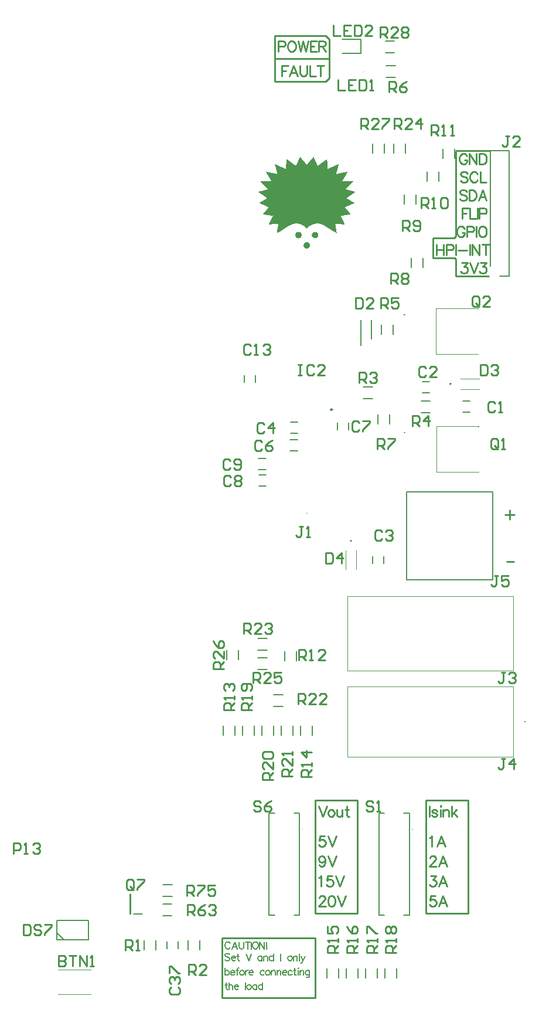
<source format=gto>
G04*
G04 #@! TF.GenerationSoftware,Altium Limited,Altium Designer,25.8.1 (18)*
G04*
G04 Layer_Color=65535*
%FSLAX44Y44*%
%MOMM*%
G71*
G04*
G04 #@! TF.SameCoordinates,F16540CA-DAB0-446D-89C1-54077F02B76C*
G04*
G04*
G04 #@! TF.FilePolarity,Positive*
G04*
G01*
G75*
%ADD28C,0.2540*%
%ADD56C,0.1000*%
%ADD57C,0.2000*%
%ADD58C,0.2500*%
%ADD59C,0.1270*%
%ADD60C,0.1524*%
%ADD61C,0.2032*%
G36*
X749787Y1386773D02*
X749988D01*
Y1386372D01*
X750189D01*
Y1385971D01*
X750389D01*
Y1385569D01*
X750590D01*
Y1385168D01*
X750790D01*
Y1384767D01*
X750991D01*
Y1384366D01*
X751192D01*
Y1383964D01*
X751393D01*
Y1383563D01*
X751593D01*
Y1383162D01*
X751794D01*
Y1382560D01*
X751994D01*
Y1382158D01*
X752195D01*
Y1381757D01*
X752396D01*
Y1381356D01*
X752596D01*
Y1380954D01*
X752797D01*
Y1380553D01*
X752998D01*
Y1380152D01*
X753198D01*
Y1379550D01*
X753399D01*
Y1379149D01*
X753600D01*
Y1378747D01*
X753800D01*
Y1378346D01*
X754001D01*
Y1377945D01*
X754202D01*
Y1377343D01*
X754402D01*
Y1376941D01*
X754603D01*
Y1376540D01*
X754804D01*
Y1376139D01*
X755004D01*
Y1375737D01*
X755205D01*
Y1375135D01*
X755406D01*
Y1374734D01*
X755606D01*
Y1374333D01*
X755807D01*
Y1374534D01*
X756008D01*
Y1374734D01*
X756409D01*
Y1374935D01*
X756609D01*
Y1375135D01*
X756810D01*
Y1375336D01*
X757211D01*
Y1375537D01*
X757412D01*
Y1375737D01*
X757613D01*
Y1375938D01*
X758014D01*
Y1376139D01*
X758215D01*
Y1376339D01*
X758616D01*
Y1376540D01*
X758817D01*
Y1376741D01*
X759017D01*
Y1376941D01*
X759419D01*
Y1377142D01*
X759619D01*
Y1377343D01*
X759820D01*
Y1377543D01*
X760221D01*
Y1377744D01*
X760422D01*
Y1377945D01*
X760823D01*
Y1378145D01*
X761024D01*
Y1378346D01*
X761225D01*
Y1378547D01*
X761626D01*
Y1378747D01*
X761826D01*
Y1378948D01*
X762027D01*
Y1379149D01*
X762428D01*
Y1379349D01*
X762629D01*
Y1379550D01*
X763030D01*
Y1379751D01*
X763231D01*
Y1379951D01*
X763432D01*
Y1380152D01*
X763833D01*
Y1380352D01*
X764034D01*
Y1380553D01*
X764435D01*
Y1380754D01*
X764636D01*
Y1380954D01*
X765037D01*
Y1381155D01*
X765238D01*
Y1381356D01*
X765438D01*
Y1381556D01*
X765839D01*
Y1381757D01*
X766040D01*
Y1381958D01*
X766441D01*
Y1382158D01*
X766642D01*
Y1382359D01*
X766843D01*
Y1382560D01*
X767244D01*
Y1382760D01*
X767445D01*
Y1382961D01*
X767846D01*
Y1383162D01*
X768047D01*
Y1383362D01*
X768247D01*
Y1383563D01*
X768649D01*
Y1383764D01*
X768849D01*
Y1383964D01*
X769050D01*
Y1382961D01*
X769251D01*
Y1380754D01*
X769451D01*
Y1378547D01*
X769652D01*
Y1376339D01*
X769853D01*
Y1373731D01*
X770053D01*
Y1371323D01*
X770254D01*
Y1369919D01*
X770454D01*
Y1370119D01*
X770856D01*
Y1370320D01*
X771458D01*
Y1370520D01*
X771859D01*
Y1370721D01*
X772260D01*
Y1370922D01*
X772862D01*
Y1371122D01*
X773264D01*
Y1371323D01*
X773665D01*
Y1371524D01*
X774066D01*
Y1371724D01*
X774668D01*
Y1371925D01*
X775070D01*
Y1372126D01*
X775471D01*
Y1372326D01*
X776073D01*
Y1372527D01*
X776474D01*
Y1372728D01*
X776875D01*
Y1372928D01*
X777477D01*
Y1373129D01*
X777879D01*
Y1373330D01*
X778280D01*
Y1373530D01*
X778882D01*
Y1373731D01*
X779283D01*
Y1373932D01*
X779685D01*
Y1374132D01*
X780286D01*
Y1374333D01*
X780688D01*
Y1374534D01*
X781089D01*
Y1374734D01*
X781691D01*
Y1374935D01*
X782092D01*
Y1375135D01*
X782494D01*
Y1375336D01*
X782895D01*
Y1375537D01*
X783497D01*
Y1375737D01*
X783898D01*
Y1375938D01*
X784299D01*
Y1376139D01*
X784902D01*
Y1376339D01*
X785303D01*
Y1376540D01*
X785704D01*
Y1376741D01*
X786105D01*
Y1376139D01*
X785905D01*
Y1375336D01*
X785704D01*
Y1374534D01*
X785503D01*
Y1373731D01*
X785303D01*
Y1373129D01*
X785102D01*
Y1372326D01*
X784902D01*
Y1371524D01*
X784701D01*
Y1370721D01*
X784500D01*
Y1369919D01*
X784299D01*
Y1369317D01*
X784099D01*
Y1368514D01*
X783898D01*
Y1367711D01*
X783698D01*
Y1366909D01*
X783497D01*
Y1366106D01*
X783296D01*
Y1365303D01*
X783096D01*
Y1364501D01*
X782895D01*
Y1363899D01*
X782694D01*
Y1363096D01*
X782494D01*
Y1362494D01*
X783096D01*
Y1362695D01*
X784099D01*
Y1362896D01*
X785102D01*
Y1363096D01*
X786105D01*
Y1363297D01*
X787109D01*
Y1363498D01*
X787911D01*
Y1363698D01*
X788915D01*
Y1363899D01*
X789918D01*
Y1364100D01*
X790921D01*
Y1364300D01*
X791924D01*
Y1364501D01*
X792928D01*
Y1364702D01*
X793931D01*
Y1364902D01*
X794734D01*
Y1365103D01*
X795737D01*
Y1365303D01*
X796740D01*
Y1365504D01*
X797743D01*
Y1365705D01*
X798746D01*
Y1365905D01*
X799148D01*
Y1365504D01*
X798947D01*
Y1365103D01*
X798746D01*
Y1364902D01*
X798546D01*
Y1364501D01*
X798345D01*
Y1364100D01*
X798145D01*
Y1363899D01*
X797944D01*
Y1363498D01*
X797743D01*
Y1363096D01*
X797543D01*
Y1362896D01*
X797342D01*
Y1362494D01*
X797141D01*
Y1362093D01*
X796941D01*
Y1361892D01*
X796740D01*
Y1361491D01*
X796539D01*
Y1361090D01*
X796339D01*
Y1360889D01*
X796138D01*
Y1360488D01*
X795937D01*
Y1360087D01*
X795737D01*
Y1359886D01*
X795536D01*
Y1359485D01*
X795335D01*
Y1359083D01*
X795135D01*
Y1358883D01*
X794934D01*
Y1358481D01*
X794734D01*
Y1358080D01*
X794533D01*
Y1357879D01*
X794332D01*
Y1357478D01*
X794131D01*
Y1357077D01*
X793931D01*
Y1356876D01*
X793730D01*
Y1356475D01*
X793530D01*
Y1356073D01*
X793329D01*
Y1355672D01*
X793128D01*
Y1355471D01*
X792928D01*
Y1355070D01*
X792727D01*
Y1354669D01*
X792526D01*
Y1354468D01*
X792326D01*
Y1354067D01*
X792125D01*
Y1353666D01*
X791924D01*
Y1353465D01*
X791724D01*
Y1353064D01*
X791523D01*
Y1352662D01*
X791322D01*
Y1352462D01*
X794131D01*
Y1352261D01*
X807174D01*
Y1351860D01*
X806973D01*
Y1351659D01*
X806773D01*
Y1351458D01*
X806572D01*
Y1351258D01*
X806371D01*
Y1351057D01*
X806171D01*
Y1350856D01*
X805970D01*
Y1350656D01*
X805769D01*
Y1350455D01*
X805569D01*
Y1350255D01*
X805368D01*
Y1350054D01*
X805167D01*
Y1349853D01*
X804967D01*
Y1349653D01*
X804766D01*
Y1349452D01*
X804566D01*
Y1349251D01*
X804365D01*
Y1349051D01*
X804164D01*
Y1348850D01*
X803963D01*
Y1348449D01*
X803763D01*
Y1348248D01*
X803562D01*
Y1348047D01*
X803362D01*
Y1347847D01*
X803161D01*
Y1347646D01*
X802960D01*
Y1347445D01*
X802760D01*
Y1347245D01*
X802559D01*
Y1347044D01*
X802358D01*
Y1346844D01*
X802158D01*
Y1346643D01*
X801957D01*
Y1346442D01*
X801756D01*
Y1346241D01*
X801556D01*
Y1346041D01*
X801355D01*
Y1345840D01*
X801154D01*
Y1345639D01*
X800954D01*
Y1345439D01*
X800753D01*
Y1345238D01*
X800552D01*
Y1345038D01*
X800352D01*
Y1344837D01*
X800151D01*
Y1344636D01*
X799950D01*
Y1344436D01*
X799750D01*
Y1344235D01*
X799549D01*
Y1344034D01*
X799349D01*
Y1343834D01*
X799148D01*
Y1343633D01*
X798947D01*
Y1343232D01*
X798746D01*
Y1343031D01*
X798546D01*
Y1342830D01*
X798345D01*
Y1342630D01*
X798145D01*
Y1342429D01*
X797944D01*
Y1342228D01*
X797743D01*
Y1342028D01*
X797543D01*
Y1341827D01*
X797342D01*
Y1341626D01*
X797141D01*
Y1341426D01*
X796941D01*
Y1341225D01*
X796740D01*
Y1341024D01*
X796539D01*
Y1340824D01*
X796339D01*
Y1340623D01*
X796138D01*
Y1340423D01*
X796740D01*
Y1340222D01*
X797543D01*
Y1340021D01*
X798345D01*
Y1339821D01*
X799148D01*
Y1339620D01*
X799950D01*
Y1339419D01*
X800552D01*
Y1339219D01*
X801355D01*
Y1339018D01*
X802158D01*
Y1338817D01*
X802960D01*
Y1338617D01*
X803763D01*
Y1338416D01*
X804365D01*
Y1338215D01*
X805167D01*
Y1338015D01*
X805970D01*
Y1337814D01*
X806572D01*
Y1337613D01*
X807375D01*
Y1337413D01*
X808177D01*
Y1337212D01*
X808779D01*
Y1337012D01*
X809582D01*
Y1336811D01*
X810184D01*
Y1336610D01*
X809983D01*
Y1336409D01*
X809782D01*
Y1336209D01*
X809381D01*
Y1336008D01*
X809181D01*
Y1335807D01*
X808779D01*
Y1335607D01*
X808578D01*
Y1335406D01*
X808378D01*
Y1335206D01*
X807977D01*
Y1335005D01*
X807776D01*
Y1334804D01*
X807375D01*
Y1334604D01*
X807174D01*
Y1334403D01*
X806773D01*
Y1334202D01*
X806572D01*
Y1334002D01*
X806171D01*
Y1333801D01*
X805970D01*
Y1333600D01*
X805769D01*
Y1333400D01*
X805368D01*
Y1333199D01*
X805167D01*
Y1332998D01*
X804766D01*
Y1332798D01*
X804566D01*
Y1332597D01*
X804164D01*
Y1332396D01*
X803963D01*
Y1332196D01*
X803562D01*
Y1331995D01*
X803362D01*
Y1331794D01*
X803161D01*
Y1331594D01*
X802760D01*
Y1331393D01*
X802559D01*
Y1331192D01*
X802158D01*
Y1330992D01*
X801957D01*
Y1330791D01*
X801556D01*
Y1330591D01*
X801355D01*
Y1330390D01*
X801154D01*
Y1330189D01*
X800753D01*
Y1329989D01*
X800552D01*
Y1329788D01*
X800151D01*
Y1329587D01*
X799950D01*
Y1329387D01*
X799549D01*
Y1329186D01*
X799349D01*
Y1328985D01*
X799148D01*
Y1328785D01*
X798746D01*
Y1328584D01*
X798546D01*
Y1328383D01*
X798145D01*
Y1328183D01*
X797944D01*
Y1327982D01*
X797543D01*
Y1327781D01*
X797342D01*
Y1327380D01*
X797743D01*
Y1327180D01*
X797944D01*
Y1326979D01*
X798345D01*
Y1326778D01*
X798746D01*
Y1326577D01*
X798947D01*
Y1326377D01*
X799349D01*
Y1326176D01*
X799750D01*
Y1325976D01*
X799950D01*
Y1325775D01*
X800352D01*
Y1325574D01*
X800753D01*
Y1325374D01*
X800954D01*
Y1325173D01*
X801355D01*
Y1324972D01*
X801756D01*
Y1324772D01*
X801957D01*
Y1324571D01*
X802358D01*
Y1324370D01*
X802760D01*
Y1324170D01*
X802960D01*
Y1323969D01*
X803362D01*
Y1323768D01*
X803763D01*
Y1323568D01*
X803963D01*
Y1323367D01*
X804365D01*
Y1323166D01*
X804766D01*
Y1322966D01*
X804967D01*
Y1322765D01*
X805368D01*
Y1322565D01*
X805769D01*
Y1322364D01*
X805970D01*
Y1322163D01*
X806371D01*
Y1321962D01*
X806773D01*
Y1321762D01*
X806973D01*
Y1321561D01*
X807375D01*
Y1321361D01*
X807575D01*
Y1321160D01*
X807977D01*
Y1320959D01*
X808378D01*
Y1320759D01*
X808578D01*
Y1320357D01*
X807977D01*
Y1320157D01*
X807575D01*
Y1319956D01*
X807174D01*
Y1319755D01*
X806773D01*
Y1319555D01*
X806171D01*
Y1319354D01*
X805769D01*
Y1319153D01*
X805368D01*
Y1318953D01*
X804967D01*
Y1318752D01*
X804365D01*
Y1318551D01*
X803963D01*
Y1318351D01*
X803562D01*
Y1318150D01*
X802960D01*
Y1317949D01*
X802559D01*
Y1317749D01*
X802158D01*
Y1317548D01*
X801756D01*
Y1317348D01*
X801154D01*
Y1317147D01*
X800753D01*
Y1316946D01*
X800352D01*
Y1316745D01*
X799750D01*
Y1316545D01*
X799349D01*
Y1316344D01*
X798947D01*
Y1316144D01*
X798546D01*
Y1315943D01*
X797944D01*
Y1315742D01*
X797543D01*
Y1315542D01*
X797141D01*
Y1315341D01*
X796539D01*
Y1315140D01*
X796138D01*
Y1314940D01*
X795737D01*
Y1314739D01*
X795335D01*
Y1314538D01*
X794734D01*
Y1314338D01*
X794934D01*
Y1314137D01*
X795135D01*
Y1313736D01*
X795335D01*
Y1313535D01*
X795536D01*
Y1313334D01*
X795737D01*
Y1313134D01*
X795937D01*
Y1312933D01*
X796138D01*
Y1312733D01*
X796339D01*
Y1312532D01*
X796539D01*
Y1312331D01*
X796740D01*
Y1312130D01*
X796941D01*
Y1311729D01*
X797141D01*
Y1311529D01*
X797342D01*
Y1311328D01*
X797543D01*
Y1311127D01*
X797743D01*
Y1310927D01*
X797944D01*
Y1310726D01*
X798145D01*
Y1310525D01*
X798345D01*
Y1310325D01*
X798546D01*
Y1310124D01*
X798746D01*
Y1309923D01*
X798947D01*
Y1309522D01*
X799148D01*
Y1309321D01*
X799349D01*
Y1309121D01*
X799549D01*
Y1308920D01*
X799750D01*
Y1308719D01*
X799950D01*
Y1308519D01*
X800151D01*
Y1308318D01*
X800352D01*
Y1307917D01*
X800552D01*
Y1307716D01*
X800753D01*
Y1307516D01*
X800954D01*
Y1307315D01*
X801154D01*
Y1307114D01*
X801355D01*
Y1306913D01*
X801556D01*
Y1306713D01*
X801756D01*
Y1306312D01*
X801957D01*
Y1306111D01*
X802158D01*
Y1305910D01*
X802358D01*
Y1305710D01*
X802559D01*
Y1305509D01*
X802760D01*
Y1305308D01*
X802960D01*
Y1305108D01*
X803161D01*
Y1304706D01*
X803362D01*
Y1304506D01*
X802760D01*
Y1304305D01*
X801756D01*
Y1304104D01*
X800753D01*
Y1303904D01*
X799750D01*
Y1303703D01*
X798746D01*
Y1303502D01*
X797543D01*
Y1303302D01*
X796539D01*
Y1303101D01*
X795536D01*
Y1302901D01*
X794533D01*
Y1302700D01*
X793329D01*
Y1302499D01*
X792326D01*
Y1302298D01*
X791122D01*
Y1302098D01*
X790118D01*
Y1301897D01*
X789115D01*
Y1301697D01*
X789316D01*
Y1301295D01*
X789517D01*
Y1300894D01*
X789717D01*
Y1300493D01*
X789918D01*
Y1299891D01*
X790118D01*
Y1299489D01*
X790319D01*
Y1299088D01*
X790520D01*
Y1298687D01*
X790720D01*
Y1298286D01*
X790921D01*
Y1297884D01*
X791122D01*
Y1297483D01*
X791322D01*
Y1297082D01*
X791523D01*
Y1296480D01*
X791724D01*
Y1296078D01*
X791924D01*
Y1295677D01*
X792125D01*
Y1295276D01*
X792326D01*
Y1294874D01*
X792526D01*
Y1294473D01*
X792727D01*
Y1293871D01*
X792928D01*
Y1293470D01*
X793128D01*
Y1293069D01*
X793329D01*
Y1292667D01*
X793530D01*
Y1292266D01*
X793730D01*
Y1291664D01*
X793931D01*
Y1291263D01*
X794131D01*
Y1290861D01*
X794332D01*
Y1290460D01*
X794533D01*
Y1290059D01*
X794734D01*
Y1289657D01*
X792727D01*
Y1289858D01*
X790319D01*
Y1290059D01*
X787711D01*
Y1290259D01*
X785102D01*
Y1290460D01*
X782494D01*
Y1290661D01*
X781089D01*
Y1289657D01*
X781290D01*
Y1288454D01*
X781490D01*
Y1287250D01*
X781691D01*
Y1286046D01*
X781892D01*
Y1285042D01*
X782092D01*
Y1283839D01*
X782293D01*
Y1282434D01*
X782494D01*
Y1281230D01*
X782694D01*
Y1280026D01*
X782895D01*
Y1278822D01*
X783096D01*
Y1277217D01*
X782895D01*
Y1277418D01*
X782494D01*
Y1277618D01*
X782092D01*
Y1277819D01*
X781691D01*
Y1278019D01*
X781290D01*
Y1278220D01*
X780888D01*
Y1278421D01*
X780487D01*
Y1278622D01*
X780086D01*
Y1278822D01*
X779685D01*
Y1279023D01*
X779484D01*
Y1279223D01*
X779083D01*
Y1279424D01*
X778681D01*
Y1279625D01*
X778481D01*
Y1279825D01*
X778079D01*
Y1280026D01*
X777678D01*
Y1280227D01*
X777477D01*
Y1280427D01*
X777076D01*
Y1280628D01*
X776675D01*
Y1280829D01*
X776474D01*
Y1281029D01*
X776073D01*
Y1281230D01*
X775872D01*
Y1281431D01*
X775471D01*
Y1281631D01*
X775070D01*
Y1281832D01*
X774869D01*
Y1282033D01*
X774467D01*
Y1282233D01*
X774267D01*
Y1282434D01*
X773866D01*
Y1282634D01*
X773665D01*
Y1282835D01*
X773264D01*
Y1283036D01*
X773063D01*
Y1283237D01*
X772662D01*
Y1283437D01*
X772260D01*
Y1283638D01*
X772060D01*
Y1283839D01*
X771658D01*
Y1284039D01*
X771458D01*
Y1284240D01*
X771056D01*
Y1284440D01*
X770856D01*
Y1284641D01*
X770454D01*
Y1284842D01*
X770254D01*
Y1285042D01*
X769853D01*
Y1285243D01*
X769652D01*
Y1285444D01*
X769251D01*
Y1285644D01*
X769050D01*
Y1285845D01*
X768649D01*
Y1286046D01*
X768448D01*
Y1286246D01*
X768047D01*
Y1286447D01*
X767645D01*
Y1286648D01*
X767445D01*
Y1286848D01*
X767043D01*
Y1287049D01*
X766642D01*
Y1287250D01*
X766241D01*
Y1287450D01*
X766040D01*
Y1287651D01*
X765639D01*
Y1287852D01*
X765238D01*
Y1288052D01*
X764836D01*
Y1288253D01*
X764435D01*
Y1288454D01*
X764034D01*
Y1288654D01*
X763632D01*
Y1288855D01*
X763231D01*
Y1289055D01*
X762830D01*
Y1289256D01*
X762228D01*
Y1289457D01*
X761826D01*
Y1289657D01*
X761225D01*
Y1289858D01*
X760622D01*
Y1290059D01*
X760221D01*
Y1290259D01*
X759419D01*
Y1290460D01*
X758616D01*
Y1290661D01*
X757813D01*
Y1290861D01*
X752797D01*
Y1290661D01*
X751794D01*
Y1290460D01*
X750790D01*
Y1290259D01*
X750189D01*
Y1290059D01*
X749386D01*
Y1289858D01*
X748784D01*
Y1289657D01*
X748182D01*
Y1289457D01*
X747781D01*
Y1289256D01*
X747179D01*
Y1289055D01*
X746777D01*
Y1288855D01*
X746376D01*
Y1288654D01*
X745975D01*
Y1288454D01*
X745774D01*
Y1288253D01*
X745373D01*
Y1288052D01*
X744972D01*
Y1287852D01*
X744570D01*
Y1287651D01*
X744370D01*
Y1287450D01*
X743968D01*
Y1287250D01*
X743768D01*
Y1287049D01*
X743567D01*
Y1286848D01*
X743166D01*
Y1286648D01*
X742965D01*
Y1286447D01*
X742764D01*
Y1286246D01*
X742564D01*
Y1286046D01*
X742162D01*
Y1285845D01*
X741962D01*
Y1285644D01*
X741761D01*
Y1285444D01*
X741561D01*
Y1285243D01*
X741360D01*
Y1285042D01*
X741159D01*
Y1284842D01*
X740958D01*
Y1284641D01*
X740758D01*
Y1284440D01*
X740557D01*
Y1284240D01*
X740357D01*
Y1284039D01*
X740156D01*
Y1283839D01*
X739755D01*
Y1284039D01*
X739554D01*
Y1284240D01*
X739353D01*
Y1284440D01*
X739153D01*
Y1284641D01*
X738952D01*
Y1284842D01*
X738751D01*
Y1285042D01*
X738551D01*
Y1285243D01*
X738350D01*
Y1285444D01*
X738149D01*
Y1285644D01*
X737949D01*
Y1285845D01*
X737748D01*
Y1286046D01*
X737347D01*
Y1286246D01*
X737146D01*
Y1286447D01*
X736945D01*
Y1286648D01*
X736745D01*
Y1286848D01*
X736344D01*
Y1287049D01*
X736143D01*
Y1287250D01*
X735742D01*
Y1287450D01*
X735541D01*
Y1287651D01*
X735340D01*
Y1287852D01*
X734939D01*
Y1288052D01*
X734538D01*
Y1288253D01*
X734136D01*
Y1288454D01*
X733936D01*
Y1288654D01*
X733534D01*
Y1288855D01*
X733133D01*
Y1289055D01*
X732531D01*
Y1289256D01*
X732130D01*
Y1289457D01*
X731729D01*
Y1289657D01*
X731126D01*
Y1289858D01*
X730525D01*
Y1290059D01*
X729722D01*
Y1290259D01*
X729120D01*
Y1290460D01*
X728117D01*
Y1290661D01*
X727113D01*
Y1290861D01*
X722097D01*
Y1290661D01*
X721294D01*
Y1290460D01*
X720492D01*
Y1290259D01*
X719689D01*
Y1290059D01*
X719288D01*
Y1289858D01*
X718686D01*
Y1289657D01*
X718084D01*
Y1289457D01*
X717683D01*
Y1289256D01*
X717081D01*
Y1289055D01*
X716680D01*
Y1288855D01*
X716278D01*
Y1288654D01*
X715877D01*
Y1288454D01*
X715476D01*
Y1288253D01*
X715074D01*
Y1288052D01*
X714673D01*
Y1287852D01*
X714272D01*
Y1287651D01*
X713870D01*
Y1287450D01*
X713469D01*
Y1287250D01*
X713268D01*
Y1287049D01*
X712867D01*
Y1286848D01*
X712466D01*
Y1286648D01*
X712265D01*
Y1286447D01*
X711864D01*
Y1286246D01*
X711463D01*
Y1286046D01*
X711262D01*
Y1285845D01*
X710861D01*
Y1285644D01*
X710660D01*
Y1285444D01*
X710259D01*
Y1285243D01*
X710058D01*
Y1285042D01*
X709657D01*
Y1284842D01*
X709456D01*
Y1284641D01*
X709055D01*
Y1284440D01*
X708854D01*
Y1284240D01*
X708453D01*
Y1284039D01*
X708252D01*
Y1283839D01*
X707851D01*
Y1283638D01*
X707449D01*
Y1283437D01*
X707249D01*
Y1283237D01*
X706848D01*
Y1283036D01*
X706647D01*
Y1282835D01*
X706246D01*
Y1282634D01*
X706045D01*
Y1282434D01*
X705644D01*
Y1282233D01*
X705443D01*
Y1282033D01*
X705042D01*
Y1281832D01*
X704841D01*
Y1281631D01*
X704440D01*
Y1281431D01*
X704038D01*
Y1281230D01*
X703838D01*
Y1281029D01*
X703437D01*
Y1280829D01*
X703236D01*
Y1280628D01*
X702834D01*
Y1280427D01*
X702433D01*
Y1280227D01*
X702233D01*
Y1280026D01*
X701831D01*
Y1279825D01*
X701430D01*
Y1279625D01*
X701229D01*
Y1279424D01*
X700828D01*
Y1279223D01*
X700427D01*
Y1279023D01*
X700226D01*
Y1278822D01*
X699825D01*
Y1278622D01*
X699423D01*
Y1278421D01*
X699022D01*
Y1278220D01*
X698621D01*
Y1278019D01*
X698220D01*
Y1277819D01*
X697818D01*
Y1277618D01*
X697417D01*
Y1277418D01*
X697016D01*
Y1277217D01*
X696614D01*
Y1277618D01*
X696815D01*
Y1278822D01*
X697016D01*
Y1280026D01*
X697216D01*
Y1281230D01*
X697417D01*
Y1282634D01*
X697617D01*
Y1283839D01*
X697818D01*
Y1285042D01*
X698019D01*
Y1286046D01*
X698220D01*
Y1287250D01*
X698420D01*
Y1288454D01*
X698621D01*
Y1289657D01*
X698821D01*
Y1290661D01*
X697417D01*
Y1290460D01*
X694808D01*
Y1290259D01*
X692200D01*
Y1290059D01*
X689591D01*
Y1289858D01*
X687184D01*
Y1289657D01*
X685177D01*
Y1290059D01*
X685378D01*
Y1290460D01*
X685578D01*
Y1290861D01*
X685779D01*
Y1291263D01*
X685980D01*
Y1291664D01*
X686180D01*
Y1292266D01*
X686381D01*
Y1292667D01*
X686582D01*
Y1293069D01*
X686782D01*
Y1293470D01*
X686983D01*
Y1294072D01*
X687184D01*
Y1294473D01*
X687384D01*
Y1294874D01*
X687585D01*
Y1295276D01*
X687785D01*
Y1295677D01*
X687986D01*
Y1296078D01*
X688187D01*
Y1296680D01*
X688388D01*
Y1297082D01*
X688588D01*
Y1297483D01*
X688789D01*
Y1297884D01*
X688989D01*
Y1298286D01*
X689190D01*
Y1298687D01*
X689391D01*
Y1299088D01*
X689591D01*
Y1299489D01*
X689792D01*
Y1300091D01*
X689993D01*
Y1300493D01*
X690193D01*
Y1300894D01*
X690394D01*
Y1301295D01*
X690595D01*
Y1301697D01*
X690795D01*
Y1301897D01*
X689792D01*
Y1302098D01*
X688789D01*
Y1302298D01*
X687585D01*
Y1302499D01*
X686582D01*
Y1302700D01*
X685378D01*
Y1302901D01*
X684374D01*
Y1303101D01*
X683371D01*
Y1303302D01*
X682167D01*
Y1303502D01*
X681164D01*
Y1303703D01*
X680161D01*
Y1303904D01*
X679157D01*
Y1304104D01*
X678154D01*
Y1304305D01*
X677151D01*
Y1304506D01*
X676549D01*
Y1304907D01*
X676750D01*
Y1305108D01*
X676950D01*
Y1305308D01*
X677151D01*
Y1305509D01*
X677352D01*
Y1305710D01*
X677552D01*
Y1305910D01*
X677753D01*
Y1306111D01*
X677954D01*
Y1306512D01*
X678154D01*
Y1306713D01*
X678355D01*
Y1306913D01*
X678556D01*
Y1307114D01*
X678756D01*
Y1307315D01*
X678957D01*
Y1307516D01*
X679157D01*
Y1307716D01*
X679358D01*
Y1308117D01*
X679559D01*
Y1308318D01*
X679759D01*
Y1308519D01*
X679960D01*
Y1308719D01*
X680161D01*
Y1308920D01*
X680361D01*
Y1309121D01*
X680562D01*
Y1309321D01*
X680763D01*
Y1309522D01*
X680963D01*
Y1309923D01*
X681164D01*
Y1310124D01*
X681365D01*
Y1310325D01*
X681565D01*
Y1310525D01*
X681766D01*
Y1310726D01*
X681967D01*
Y1310927D01*
X682167D01*
Y1311127D01*
X682368D01*
Y1311328D01*
X682569D01*
Y1311529D01*
X682769D01*
Y1311930D01*
X682970D01*
Y1312130D01*
X683170D01*
Y1312331D01*
X683371D01*
Y1312532D01*
X683572D01*
Y1312733D01*
X683773D01*
Y1312933D01*
X683973D01*
Y1313134D01*
X684174D01*
Y1313334D01*
X684374D01*
Y1313535D01*
X684575D01*
Y1313936D01*
X684776D01*
Y1314137D01*
X684976D01*
Y1314338D01*
X685177D01*
Y1314538D01*
X684575D01*
Y1314739D01*
X684174D01*
Y1314940D01*
X683773D01*
Y1315140D01*
X683371D01*
Y1315341D01*
X682769D01*
Y1315542D01*
X682368D01*
Y1315742D01*
X681967D01*
Y1315943D01*
X681365D01*
Y1316144D01*
X680963D01*
Y1316344D01*
X680562D01*
Y1316545D01*
X679960D01*
Y1316745D01*
X679559D01*
Y1316946D01*
X679157D01*
Y1317147D01*
X678756D01*
Y1317348D01*
X678154D01*
Y1317548D01*
X677753D01*
Y1317749D01*
X677352D01*
Y1317949D01*
X676950D01*
Y1318150D01*
X676348D01*
Y1318351D01*
X675947D01*
Y1318551D01*
X675546D01*
Y1318752D01*
X674944D01*
Y1318953D01*
X674542D01*
Y1319153D01*
X674141D01*
Y1319354D01*
X673740D01*
Y1319555D01*
X673138D01*
Y1319755D01*
X672737D01*
Y1319956D01*
X672335D01*
Y1320157D01*
X671934D01*
Y1320357D01*
X671332D01*
Y1320759D01*
X671533D01*
Y1320959D01*
X671934D01*
Y1321160D01*
X672335D01*
Y1321361D01*
X672536D01*
Y1321561D01*
X672937D01*
Y1321762D01*
X673138D01*
Y1321962D01*
X673539D01*
Y1322163D01*
X673941D01*
Y1322364D01*
X674141D01*
Y1322565D01*
X674542D01*
Y1322765D01*
X674944D01*
Y1322966D01*
X675144D01*
Y1323166D01*
X675546D01*
Y1323367D01*
X675947D01*
Y1323568D01*
X676148D01*
Y1323768D01*
X676549D01*
Y1323969D01*
X676750D01*
Y1324170D01*
X677151D01*
Y1324370D01*
X677552D01*
Y1324571D01*
X677753D01*
Y1324772D01*
X678154D01*
Y1324972D01*
X678556D01*
Y1325173D01*
X678957D01*
Y1325374D01*
X679157D01*
Y1325574D01*
X679559D01*
Y1325775D01*
X679960D01*
Y1325976D01*
X680161D01*
Y1326176D01*
X680562D01*
Y1326377D01*
X680963D01*
Y1326577D01*
X681164D01*
Y1326778D01*
X681565D01*
Y1326979D01*
X681967D01*
Y1327180D01*
X682167D01*
Y1327380D01*
X682569D01*
Y1327781D01*
X682167D01*
Y1327982D01*
X681967D01*
Y1328183D01*
X681766D01*
Y1328383D01*
X681365D01*
Y1328584D01*
X681164D01*
Y1328785D01*
X680763D01*
Y1328985D01*
X680562D01*
Y1329186D01*
X680361D01*
Y1329387D01*
X679960D01*
Y1329587D01*
X679759D01*
Y1329788D01*
X679358D01*
Y1329989D01*
X679157D01*
Y1330189D01*
X678756D01*
Y1330390D01*
X678556D01*
Y1330591D01*
X678355D01*
Y1330791D01*
X677954D01*
Y1330992D01*
X677753D01*
Y1331192D01*
X677352D01*
Y1331393D01*
X677151D01*
Y1331594D01*
X676750D01*
Y1331794D01*
X676549D01*
Y1331995D01*
X676348D01*
Y1332196D01*
X675947D01*
Y1332396D01*
X675746D01*
Y1332597D01*
X675345D01*
Y1332798D01*
X675144D01*
Y1332998D01*
X674743D01*
Y1333199D01*
X674542D01*
Y1333400D01*
X674141D01*
Y1333600D01*
X673941D01*
Y1333801D01*
X673740D01*
Y1334002D01*
X673338D01*
Y1334202D01*
X673138D01*
Y1334403D01*
X672737D01*
Y1334604D01*
X672536D01*
Y1334804D01*
X672135D01*
Y1335005D01*
X671934D01*
Y1335206D01*
X671533D01*
Y1335406D01*
X671332D01*
Y1335607D01*
X671131D01*
Y1335807D01*
X670730D01*
Y1336008D01*
X670529D01*
Y1336209D01*
X670128D01*
Y1336409D01*
X669927D01*
Y1336610D01*
X669727D01*
Y1336811D01*
X670329D01*
Y1337012D01*
X671131D01*
Y1337212D01*
X671733D01*
Y1337413D01*
X672536D01*
Y1337613D01*
X673338D01*
Y1337814D01*
X673941D01*
Y1338015D01*
X674743D01*
Y1338215D01*
X675546D01*
Y1338416D01*
X676148D01*
Y1338617D01*
X676950D01*
Y1338817D01*
X677753D01*
Y1339018D01*
X678556D01*
Y1339219D01*
X679358D01*
Y1339419D01*
X679960D01*
Y1339620D01*
X680763D01*
Y1339821D01*
X681565D01*
Y1340021D01*
X682368D01*
Y1340222D01*
X683170D01*
Y1340423D01*
X683773D01*
Y1340623D01*
X683572D01*
Y1340824D01*
X683371D01*
Y1341024D01*
X683170D01*
Y1341225D01*
X682970D01*
Y1341426D01*
X682769D01*
Y1341626D01*
X682569D01*
Y1341827D01*
X682368D01*
Y1342028D01*
X682167D01*
Y1342228D01*
X681967D01*
Y1342429D01*
X681766D01*
Y1342630D01*
X681565D01*
Y1342830D01*
X681365D01*
Y1343031D01*
X681164D01*
Y1343232D01*
X680963D01*
Y1343432D01*
X680763D01*
Y1343834D01*
X680562D01*
Y1344034D01*
X680361D01*
Y1344235D01*
X680161D01*
Y1344436D01*
X679960D01*
Y1344636D01*
X679759D01*
Y1344837D01*
X679559D01*
Y1345038D01*
X679358D01*
Y1345238D01*
X679157D01*
Y1345439D01*
X678957D01*
Y1345639D01*
X678756D01*
Y1345840D01*
X678556D01*
Y1346041D01*
X678355D01*
Y1346241D01*
X678154D01*
Y1346442D01*
X677954D01*
Y1346643D01*
X677753D01*
Y1346844D01*
X677552D01*
Y1347044D01*
X677352D01*
Y1347245D01*
X677151D01*
Y1347445D01*
X676950D01*
Y1347646D01*
X676750D01*
Y1347847D01*
X676549D01*
Y1348047D01*
X676348D01*
Y1348248D01*
X676148D01*
Y1348449D01*
X675947D01*
Y1348649D01*
X675746D01*
Y1348850D01*
X675546D01*
Y1349051D01*
X675345D01*
Y1349452D01*
X675144D01*
Y1349653D01*
X674944D01*
Y1349853D01*
X674743D01*
Y1350054D01*
X674542D01*
Y1350255D01*
X674342D01*
Y1350455D01*
X674141D01*
Y1350656D01*
X673941D01*
Y1350856D01*
X673740D01*
Y1351057D01*
X673539D01*
Y1351258D01*
X673338D01*
Y1351458D01*
X673138D01*
Y1351659D01*
X672937D01*
Y1351860D01*
X672737D01*
Y1352261D01*
X685779D01*
Y1352462D01*
X688588D01*
Y1352662D01*
X688388D01*
Y1353064D01*
X688187D01*
Y1353264D01*
X687986D01*
Y1353666D01*
X687785D01*
Y1354067D01*
X687585D01*
Y1354468D01*
X687384D01*
Y1354669D01*
X687184D01*
Y1355070D01*
X686983D01*
Y1355471D01*
X686782D01*
Y1355672D01*
X686582D01*
Y1356073D01*
X686381D01*
Y1356475D01*
X686180D01*
Y1356675D01*
X685980D01*
Y1357077D01*
X685779D01*
Y1357478D01*
X685578D01*
Y1357879D01*
X685378D01*
Y1358080D01*
X685177D01*
Y1358481D01*
X684976D01*
Y1358883D01*
X684776D01*
Y1359083D01*
X684575D01*
Y1359485D01*
X684374D01*
Y1359886D01*
X684174D01*
Y1360087D01*
X683973D01*
Y1360488D01*
X683773D01*
Y1360889D01*
X683572D01*
Y1361090D01*
X683371D01*
Y1361491D01*
X683170D01*
Y1361892D01*
X682970D01*
Y1362093D01*
X682769D01*
Y1362494D01*
X682569D01*
Y1362896D01*
X682368D01*
Y1363096D01*
X682167D01*
Y1363498D01*
X681967D01*
Y1363698D01*
X681766D01*
Y1364100D01*
X681565D01*
Y1364501D01*
X681365D01*
Y1364702D01*
X681164D01*
Y1365103D01*
X680963D01*
Y1365504D01*
X680763D01*
Y1365905D01*
X681164D01*
Y1365705D01*
X682167D01*
Y1365504D01*
X683170D01*
Y1365303D01*
X684174D01*
Y1365103D01*
X685177D01*
Y1364902D01*
X685980D01*
Y1364702D01*
X686983D01*
Y1364501D01*
X687986D01*
Y1364300D01*
X688989D01*
Y1364100D01*
X689993D01*
Y1363899D01*
X690996D01*
Y1363698D01*
X691799D01*
Y1363498D01*
X692802D01*
Y1363297D01*
X693805D01*
Y1363096D01*
X694808D01*
Y1362896D01*
X695812D01*
Y1362695D01*
X696815D01*
Y1362494D01*
X697417D01*
Y1362896D01*
X697216D01*
Y1363698D01*
X697016D01*
Y1364501D01*
X696815D01*
Y1365303D01*
X696614D01*
Y1366106D01*
X696414D01*
Y1366909D01*
X696213D01*
Y1367711D01*
X696012D01*
Y1368514D01*
X695812D01*
Y1369317D01*
X695611D01*
Y1369919D01*
X695410D01*
Y1370721D01*
X695210D01*
Y1371524D01*
X695009D01*
Y1372326D01*
X694808D01*
Y1373129D01*
X694608D01*
Y1373731D01*
X694407D01*
Y1374534D01*
X694206D01*
Y1375336D01*
X694006D01*
Y1376139D01*
X693805D01*
Y1376741D01*
X694206D01*
Y1376540D01*
X694608D01*
Y1376339D01*
X695009D01*
Y1376139D01*
X695611D01*
Y1375938D01*
X696012D01*
Y1375737D01*
X696414D01*
Y1375537D01*
X697016D01*
Y1375336D01*
X697417D01*
Y1375135D01*
X697818D01*
Y1374935D01*
X698220D01*
Y1374734D01*
X698821D01*
Y1374534D01*
X699223D01*
Y1374333D01*
X699624D01*
Y1374132D01*
X700226D01*
Y1373932D01*
X700627D01*
Y1373731D01*
X701029D01*
Y1373530D01*
X701631D01*
Y1373330D01*
X702032D01*
Y1373129D01*
X702433D01*
Y1372928D01*
X703035D01*
Y1372728D01*
X703437D01*
Y1372527D01*
X703838D01*
Y1372326D01*
X704440D01*
Y1372126D01*
X704841D01*
Y1371925D01*
X705242D01*
Y1371724D01*
X705644D01*
Y1371524D01*
X706246D01*
Y1371323D01*
X706647D01*
Y1371122D01*
X707048D01*
Y1370922D01*
X707650D01*
Y1370721D01*
X708052D01*
Y1370520D01*
X708453D01*
Y1370320D01*
X709055D01*
Y1370119D01*
X709456D01*
Y1369919D01*
X709657D01*
Y1371323D01*
X709857D01*
Y1373932D01*
X710058D01*
Y1376540D01*
X710259D01*
Y1378747D01*
X710459D01*
Y1380954D01*
X710660D01*
Y1383162D01*
X710861D01*
Y1383964D01*
X711061D01*
Y1383764D01*
X711262D01*
Y1383563D01*
X711463D01*
Y1383362D01*
X711864D01*
Y1383162D01*
X712065D01*
Y1382961D01*
X712466D01*
Y1382760D01*
X712666D01*
Y1382560D01*
X713068D01*
Y1382359D01*
X713268D01*
Y1382158D01*
X713469D01*
Y1381958D01*
X713870D01*
Y1381757D01*
X714071D01*
Y1381556D01*
X714472D01*
Y1381356D01*
X714673D01*
Y1381155D01*
X714874D01*
Y1380954D01*
X715275D01*
Y1380754D01*
X715476D01*
Y1380553D01*
X715877D01*
Y1380352D01*
X716078D01*
Y1380152D01*
X716479D01*
Y1379951D01*
X716680D01*
Y1379751D01*
X716880D01*
Y1379550D01*
X717281D01*
Y1379349D01*
X717482D01*
Y1379149D01*
X717884D01*
Y1378948D01*
X718084D01*
Y1378747D01*
X718285D01*
Y1378547D01*
X718686D01*
Y1378346D01*
X718887D01*
Y1378145D01*
X719087D01*
Y1377945D01*
X719489D01*
Y1377744D01*
X719689D01*
Y1377543D01*
X720091D01*
Y1377343D01*
X720291D01*
Y1377142D01*
X720492D01*
Y1376941D01*
X720893D01*
Y1376741D01*
X721094D01*
Y1376540D01*
X721294D01*
Y1376339D01*
X721696D01*
Y1376139D01*
X721897D01*
Y1375938D01*
X722298D01*
Y1375737D01*
X722498D01*
Y1375537D01*
X722699D01*
Y1375336D01*
X723100D01*
Y1375135D01*
X723301D01*
Y1374935D01*
X723502D01*
Y1374734D01*
X723903D01*
Y1374534D01*
X724104D01*
Y1374333D01*
X724304D01*
Y1374734D01*
X724505D01*
Y1375135D01*
X724706D01*
Y1375737D01*
X724906D01*
Y1376139D01*
X725107D01*
Y1376540D01*
X725308D01*
Y1376941D01*
X725508D01*
Y1377543D01*
X725709D01*
Y1377945D01*
X725910D01*
Y1378346D01*
X726110D01*
Y1378747D01*
X726311D01*
Y1379149D01*
X726512D01*
Y1379751D01*
X726712D01*
Y1380152D01*
X726913D01*
Y1380553D01*
X727113D01*
Y1380954D01*
X727314D01*
Y1381356D01*
X727515D01*
Y1381757D01*
X727715D01*
Y1382359D01*
X727916D01*
Y1382760D01*
X728117D01*
Y1383162D01*
X728317D01*
Y1383563D01*
X728518D01*
Y1383964D01*
X728719D01*
Y1384366D01*
X728919D01*
Y1384767D01*
X729120D01*
Y1385168D01*
X729321D01*
Y1385569D01*
X729521D01*
Y1385971D01*
X729722D01*
Y1386372D01*
X729923D01*
Y1386974D01*
X730123D01*
Y1387175D01*
X730324D01*
Y1386974D01*
X730525D01*
Y1386773D01*
X730725D01*
Y1386573D01*
X730926D01*
Y1386372D01*
X731126D01*
Y1385971D01*
X731327D01*
Y1385770D01*
X731528D01*
Y1385569D01*
X731729D01*
Y1385369D01*
X731929D01*
Y1385168D01*
X732130D01*
Y1384967D01*
X732330D01*
Y1384566D01*
X732531D01*
Y1384366D01*
X732732D01*
Y1384165D01*
X732932D01*
Y1383964D01*
X733133D01*
Y1383764D01*
X733334D01*
Y1383563D01*
X733534D01*
Y1383162D01*
X733735D01*
Y1382961D01*
X733936D01*
Y1382760D01*
X734136D01*
Y1382560D01*
X734337D01*
Y1382359D01*
X734538D01*
Y1382158D01*
X734738D01*
Y1381757D01*
X734939D01*
Y1381556D01*
X735140D01*
Y1381356D01*
X735340D01*
Y1381155D01*
X735541D01*
Y1380954D01*
X735742D01*
Y1380553D01*
X735942D01*
Y1380352D01*
X736143D01*
Y1380152D01*
X736344D01*
Y1379951D01*
X736544D01*
Y1379751D01*
X736745D01*
Y1379349D01*
X736945D01*
Y1379149D01*
X737146D01*
Y1378948D01*
X737347D01*
Y1378747D01*
X737547D01*
Y1378547D01*
X737748D01*
Y1378145D01*
X737949D01*
Y1377945D01*
X738149D01*
Y1377744D01*
X738350D01*
Y1377543D01*
X738551D01*
Y1377343D01*
X738751D01*
Y1376941D01*
X738952D01*
Y1376741D01*
X739153D01*
Y1376540D01*
X739353D01*
Y1376339D01*
X739554D01*
Y1375938D01*
X739755D01*
Y1375737D01*
X740156D01*
Y1375938D01*
X740357D01*
Y1376339D01*
X740557D01*
Y1376540D01*
X740758D01*
Y1376741D01*
X740958D01*
Y1376941D01*
X741159D01*
Y1377343D01*
X741360D01*
Y1377543D01*
X741561D01*
Y1377744D01*
X741761D01*
Y1377945D01*
X741962D01*
Y1378145D01*
X742162D01*
Y1378547D01*
X742363D01*
Y1378747D01*
X742564D01*
Y1378948D01*
X742764D01*
Y1379149D01*
X742965D01*
Y1379349D01*
X743166D01*
Y1379751D01*
X743366D01*
Y1379951D01*
X743567D01*
Y1380152D01*
X743768D01*
Y1380352D01*
X743968D01*
Y1380553D01*
X744169D01*
Y1380954D01*
X744370D01*
Y1381155D01*
X744570D01*
Y1381356D01*
X744771D01*
Y1381556D01*
X744972D01*
Y1381757D01*
X745172D01*
Y1382158D01*
X745373D01*
Y1382359D01*
X745574D01*
Y1382560D01*
X745774D01*
Y1382760D01*
X745975D01*
Y1382961D01*
X746176D01*
Y1383162D01*
X746376D01*
Y1383563D01*
X746577D01*
Y1383764D01*
X746777D01*
Y1383964D01*
X746978D01*
Y1384165D01*
X747179D01*
Y1384366D01*
X747379D01*
Y1384566D01*
X747580D01*
Y1384967D01*
X747781D01*
Y1385168D01*
X747981D01*
Y1385369D01*
X748182D01*
Y1385569D01*
X748383D01*
Y1385770D01*
X748583D01*
Y1385971D01*
X748784D01*
Y1386372D01*
X748985D01*
Y1386573D01*
X749185D01*
Y1386773D01*
X749386D01*
Y1386974D01*
X749587D01*
Y1387175D01*
X749787D01*
Y1386773D01*
D02*
G37*
G36*
X752998Y1278622D02*
X753800D01*
Y1278421D01*
X754202D01*
Y1278220D01*
X754603D01*
Y1278019D01*
X754804D01*
Y1277819D01*
X755004D01*
Y1277618D01*
X755406D01*
Y1277418D01*
X755606D01*
Y1277016D01*
X755807D01*
Y1276816D01*
X756008D01*
Y1276414D01*
X756208D01*
Y1276214D01*
X756409D01*
Y1275612D01*
X756609D01*
Y1273404D01*
Y1273204D01*
Y1273003D01*
X756409D01*
Y1272401D01*
X756208D01*
Y1272000D01*
X756008D01*
Y1271599D01*
X755807D01*
Y1271398D01*
X755606D01*
Y1271197D01*
X755406D01*
Y1270997D01*
X755205D01*
Y1270796D01*
X755004D01*
Y1270595D01*
X754804D01*
Y1270395D01*
X754402D01*
Y1270194D01*
X754001D01*
Y1269993D01*
X753399D01*
Y1269793D01*
X752195D01*
Y1269592D01*
X751794D01*
Y1269793D01*
X750590D01*
Y1269993D01*
X749988D01*
Y1270194D01*
X749587D01*
Y1270395D01*
X749386D01*
Y1270595D01*
X748985D01*
Y1270796D01*
X748784D01*
Y1270997D01*
X748583D01*
Y1271197D01*
X748383D01*
Y1271398D01*
X748182D01*
Y1271799D01*
X747981D01*
Y1272000D01*
X747781D01*
Y1272401D01*
X747580D01*
Y1273003D01*
X747379D01*
Y1275411D01*
X747580D01*
Y1276013D01*
X747781D01*
Y1276414D01*
X747981D01*
Y1276816D01*
X748182D01*
Y1277016D01*
X748383D01*
Y1277217D01*
X748583D01*
Y1277418D01*
X748784D01*
Y1277618D01*
X748985D01*
Y1277819D01*
X749185D01*
Y1278019D01*
X749386D01*
Y1278220D01*
X749787D01*
Y1278421D01*
X750189D01*
Y1278622D01*
X750991D01*
Y1278822D01*
X752998D01*
Y1278622D01*
D02*
G37*
G36*
X728919D02*
X729722D01*
Y1278421D01*
X730123D01*
Y1278220D01*
X730525D01*
Y1278019D01*
X730725D01*
Y1277819D01*
X730926D01*
Y1277618D01*
X731126D01*
Y1277418D01*
X731327D01*
Y1277217D01*
X731528D01*
Y1277016D01*
X731729D01*
Y1276816D01*
X731929D01*
Y1276414D01*
X732130D01*
Y1276013D01*
X732330D01*
Y1275411D01*
X732531D01*
Y1273204D01*
X732330D01*
Y1272602D01*
X732130D01*
Y1272201D01*
X731929D01*
Y1271799D01*
X731729D01*
Y1271398D01*
X731528D01*
Y1271197D01*
X731327D01*
Y1270997D01*
X731126D01*
Y1270796D01*
X730926D01*
Y1270595D01*
X730525D01*
Y1270395D01*
X730324D01*
Y1270194D01*
X729923D01*
Y1269993D01*
X729321D01*
Y1269793D01*
X728117D01*
Y1269592D01*
X727715D01*
Y1269793D01*
X726512D01*
Y1269993D01*
X725910D01*
Y1270194D01*
X725508D01*
Y1270395D01*
X725107D01*
Y1270595D01*
X724906D01*
Y1270796D01*
X724706D01*
Y1270997D01*
X724505D01*
Y1271197D01*
X724304D01*
Y1271398D01*
X724104D01*
Y1271599D01*
X723903D01*
Y1272000D01*
X723702D01*
Y1272401D01*
X723502D01*
Y1273003D01*
X723301D01*
Y1274007D01*
X723100D01*
Y1274408D01*
X723301D01*
Y1275612D01*
X723502D01*
Y1276214D01*
X723702D01*
Y1276414D01*
X723903D01*
Y1276816D01*
X724104D01*
Y1277016D01*
X724304D01*
Y1277418D01*
X724505D01*
Y1277618D01*
X724706D01*
Y1277819D01*
X725107D01*
Y1278019D01*
X725308D01*
Y1278220D01*
X725709D01*
Y1278421D01*
X726110D01*
Y1278622D01*
X726913D01*
Y1278822D01*
X728919D01*
Y1278622D01*
D02*
G37*
G36*
X740758Y1263773D02*
X741561D01*
Y1263572D01*
X741962D01*
Y1263372D01*
X742363D01*
Y1263171D01*
X742764D01*
Y1262971D01*
X742965D01*
Y1262770D01*
X743166D01*
Y1262569D01*
X743366D01*
Y1262369D01*
X743567D01*
Y1262168D01*
X743768D01*
Y1261967D01*
X743968D01*
Y1261566D01*
X744169D01*
Y1261165D01*
X744370D01*
Y1260563D01*
X744570D01*
Y1258155D01*
X744370D01*
Y1257553D01*
X744169D01*
Y1257152D01*
X743968D01*
Y1256750D01*
X743768D01*
Y1256550D01*
X743567D01*
Y1256349D01*
X743366D01*
Y1256148D01*
X743166D01*
Y1255948D01*
X742965D01*
Y1255747D01*
X742764D01*
Y1255546D01*
X742363D01*
Y1255346D01*
X741962D01*
Y1255145D01*
X741360D01*
Y1254945D01*
X740557D01*
Y1254744D01*
X739353D01*
Y1254945D01*
X738551D01*
Y1255145D01*
X737949D01*
Y1255346D01*
X737547D01*
Y1255546D01*
X737146D01*
Y1255747D01*
X736945D01*
Y1255948D01*
X736745D01*
Y1256148D01*
X736544D01*
Y1256349D01*
X736344D01*
Y1256550D01*
X736143D01*
Y1256750D01*
X735942D01*
Y1257152D01*
X735742D01*
Y1257553D01*
X735541D01*
Y1258155D01*
X735340D01*
Y1260563D01*
X735541D01*
Y1261165D01*
X735742D01*
Y1261566D01*
X735942D01*
Y1261967D01*
X736143D01*
Y1262168D01*
X736344D01*
Y1262369D01*
X736544D01*
Y1262569D01*
X736745D01*
Y1262770D01*
X736945D01*
Y1262971D01*
X737146D01*
Y1263171D01*
X737547D01*
Y1263372D01*
X737748D01*
Y1263572D01*
X738350D01*
Y1263773D01*
X738952D01*
Y1263974D01*
X740758D01*
Y1263773D01*
D02*
G37*
D28*
X693560Y1529220D02*
X772300D01*
X693560Y1496200D02*
Y1529220D01*
Y1496200D02*
Y1562240D01*
Y1496200D02*
X767220D01*
X772300Y1501280D01*
Y1509447D01*
Y1557160D01*
X767220Y1562240D02*
X772300Y1557160D01*
X693560Y1562240D02*
X767220D01*
X955180Y1215300D02*
X1002730D01*
X955180D02*
Y1239660D01*
X953605Y1241235D02*
X955180Y1239660D01*
X922160Y1241235D02*
X953605D01*
X922160D02*
Y1270140D01*
X952640D01*
X955180Y1272680D01*
Y1395223D01*
X956057Y1396100D01*
X1005230D01*
X617360Y172860D02*
Y259220D01*
Y172860D02*
X751980D01*
Y259220D01*
X617360D02*
X751980D01*
X972960Y294780D02*
Y458490D01*
X972720Y294540D02*
X972960Y294780D01*
X912240Y294540D02*
X972720D01*
X912000Y294780D02*
X912240Y294540D01*
X912000Y294780D02*
Y458490D01*
X972960D01*
X751980D02*
X812940D01*
X751980Y294780D02*
Y458490D01*
Y294780D02*
X752220Y294540D01*
X812700D01*
X812940Y294780D01*
Y458490D01*
X629666Y948580D02*
X627127Y951119D01*
X622049D01*
X619509Y948580D01*
Y938423D01*
X622049Y935884D01*
X627127D01*
X629666Y938423D01*
X634744D02*
X637284Y935884D01*
X642362D01*
X644901Y938423D01*
Y948580D01*
X642362Y951119D01*
X637284D01*
X634744Y948580D01*
Y946041D01*
X637284Y943502D01*
X644901D01*
X658835Y1114510D02*
X656295Y1117049D01*
X651217D01*
X648678Y1114510D01*
Y1104353D01*
X651217Y1101814D01*
X656295D01*
X658835Y1104353D01*
X663913Y1101814D02*
X668991D01*
X666452D01*
Y1117049D01*
X663913Y1114510D01*
X676609D02*
X679148Y1117049D01*
X684227D01*
X686766Y1114510D01*
Y1111971D01*
X684227Y1109432D01*
X681687D01*
X684227D01*
X686766Y1106892D01*
Y1104353D01*
X684227Y1101814D01*
X679148D01*
X676609Y1104353D01*
X698640Y1546636D02*
X705170D01*
X707347Y1547361D01*
X708072Y1548087D01*
X708798Y1549538D01*
Y1551714D01*
X708072Y1553166D01*
X707347Y1553891D01*
X705170Y1554617D01*
X698640D01*
Y1539380D01*
X716561Y1554617D02*
X715110Y1553891D01*
X713659Y1552440D01*
X712934Y1550989D01*
X712208Y1548812D01*
Y1545184D01*
X712934Y1543008D01*
X713659Y1541557D01*
X715110Y1540106D01*
X716561Y1539380D01*
X719464D01*
X720915Y1540106D01*
X722366Y1541557D01*
X723091Y1543008D01*
X723817Y1545184D01*
Y1548812D01*
X723091Y1550989D01*
X722366Y1552440D01*
X720915Y1553891D01*
X719464Y1554617D01*
X716561D01*
X727372D02*
X731000Y1539380D01*
X734628Y1554617D02*
X731000Y1539380D01*
X734628Y1554617D02*
X738255Y1539380D01*
X741883Y1554617D02*
X738255Y1539380D01*
X754363Y1554617D02*
X744931D01*
Y1539380D01*
X754363D01*
X744931Y1547361D02*
X750735D01*
X756902Y1554617D02*
Y1539380D01*
Y1554617D02*
X763432D01*
X765609Y1553891D01*
X766335Y1553166D01*
X767060Y1551714D01*
Y1550263D01*
X766335Y1548812D01*
X765609Y1548087D01*
X763432Y1547361D01*
X756902D01*
X761981D02*
X767060Y1539380D01*
X703720Y1519057D02*
Y1503820D01*
Y1519057D02*
X713152D01*
X703720Y1511801D02*
X709525D01*
X726503Y1503820D02*
X720698Y1519057D01*
X714894Y1503820D01*
X717070Y1508899D02*
X724326D01*
X730058Y1519057D02*
Y1508173D01*
X730783Y1505997D01*
X732234Y1504546D01*
X734411Y1503820D01*
X735862D01*
X738039Y1504546D01*
X739490Y1505997D01*
X740216Y1508173D01*
Y1519057D01*
X744424D02*
Y1503820D01*
X753131D01*
X759878Y1519057D02*
Y1503820D01*
X754799Y1519057D02*
X764957D01*
X963808Y1234577D02*
X971789D01*
X967436Y1228772D01*
X969613D01*
X971064Y1228047D01*
X971789Y1227321D01*
X972515Y1225145D01*
Y1223693D01*
X971789Y1221517D01*
X970338Y1220066D01*
X968161Y1219340D01*
X965985D01*
X963808Y1220066D01*
X963083Y1220791D01*
X962357Y1222242D01*
X975925Y1234577D02*
X981729Y1219340D01*
X987534Y1234577D02*
X981729Y1219340D01*
X990944Y1234577D02*
X998925D01*
X994572Y1228772D01*
X996749D01*
X998200Y1228047D01*
X998925Y1227321D01*
X999651Y1225145D01*
Y1223693D01*
X998925Y1221517D01*
X997474Y1220066D01*
X995297Y1219340D01*
X993121D01*
X990944Y1220066D01*
X990219Y1220791D01*
X989493Y1222242D01*
X927240Y1260823D02*
Y1245587D01*
X937398Y1260823D02*
Y1245587D01*
X927240Y1253568D02*
X937398D01*
X941606Y1252842D02*
X948136D01*
X950313Y1253568D01*
X951038Y1254293D01*
X951764Y1255744D01*
Y1257921D01*
X951038Y1259372D01*
X950313Y1260098D01*
X948136Y1260823D01*
X941606D01*
Y1245587D01*
X955174Y1260823D02*
Y1245587D01*
X958366Y1252117D02*
X971426D01*
X975925Y1260823D02*
Y1245587D01*
X979117Y1260823D02*
Y1245587D01*
Y1260823D02*
X989275Y1245587D01*
Y1260823D02*
Y1245587D01*
X998562Y1260823D02*
Y1245587D01*
X993484Y1260823D02*
X1003641D01*
X967799Y1283442D02*
X967073Y1284893D01*
X965622Y1286344D01*
X964171Y1287070D01*
X961269D01*
X959818Y1286344D01*
X958366Y1284893D01*
X957641Y1283442D01*
X956915Y1281266D01*
Y1277638D01*
X957641Y1275461D01*
X958366Y1274010D01*
X959818Y1272559D01*
X961269Y1271833D01*
X964171D01*
X965622Y1272559D01*
X967073Y1274010D01*
X967799Y1275461D01*
Y1277638D01*
X964171D02*
X967799D01*
X971281Y1279089D02*
X977811D01*
X979988Y1279815D01*
X980714Y1280540D01*
X981439Y1281991D01*
Y1284168D01*
X980714Y1285619D01*
X979988Y1286344D01*
X977811Y1287070D01*
X971281D01*
Y1271833D01*
X984849Y1287070D02*
Y1271833D01*
X992395Y1287070D02*
X990944Y1286344D01*
X989493Y1284893D01*
X988767Y1283442D01*
X988042Y1281266D01*
Y1277638D01*
X988767Y1275461D01*
X989493Y1274010D01*
X990944Y1272559D01*
X992395Y1271833D01*
X995297D01*
X996749Y1272559D01*
X998200Y1274010D01*
X998925Y1275461D01*
X999651Y1277638D01*
Y1281266D01*
X998925Y1283442D01*
X998200Y1284893D01*
X996749Y1286344D01*
X995297Y1287070D01*
X992395D01*
X964751Y1313317D02*
Y1298080D01*
Y1313317D02*
X974184D01*
X964751Y1306061D02*
X970556D01*
X975925Y1313317D02*
Y1298080D01*
X984632D01*
X986301Y1313317D02*
Y1298080D01*
X989493Y1305336D02*
X996023D01*
X998200Y1306061D01*
X998925Y1306787D01*
X999651Y1308238D01*
Y1310414D01*
X998925Y1311866D01*
X998200Y1312591D01*
X996023Y1313317D01*
X989493D01*
Y1298080D01*
X971644Y1388429D02*
X970919Y1389880D01*
X969467Y1391331D01*
X968016Y1392057D01*
X965114D01*
X963663Y1391331D01*
X962212Y1389880D01*
X961486Y1388429D01*
X960761Y1386252D01*
Y1382624D01*
X961486Y1380448D01*
X962212Y1378997D01*
X963663Y1377545D01*
X965114Y1376820D01*
X968016D01*
X969467Y1377545D01*
X970919Y1378997D01*
X971644Y1380448D01*
Y1382624D01*
X968016D02*
X971644D01*
X975127Y1392057D02*
Y1376820D01*
Y1392057D02*
X985285Y1376820D01*
Y1392057D02*
Y1376820D01*
X989493Y1392057D02*
Y1376820D01*
Y1392057D02*
X994572D01*
X996749Y1391331D01*
X998200Y1389880D01*
X998925Y1388429D01*
X999651Y1386252D01*
Y1382624D01*
X998925Y1380448D01*
X998200Y1378997D01*
X996749Y1377545D01*
X994572Y1376820D01*
X989493D01*
X971064Y1337387D02*
X969613Y1338838D01*
X967436Y1339563D01*
X964534D01*
X962357Y1338838D01*
X960906Y1337387D01*
Y1335936D01*
X961631Y1334485D01*
X962357Y1333759D01*
X963808Y1333033D01*
X968161Y1331582D01*
X969613Y1330857D01*
X970338Y1330131D01*
X971064Y1328680D01*
Y1326503D01*
X969613Y1325052D01*
X967436Y1324327D01*
X964534D01*
X962357Y1325052D01*
X960906Y1326503D01*
X974474Y1339563D02*
Y1324327D01*
Y1339563D02*
X979553D01*
X981729Y1338838D01*
X983181Y1337387D01*
X983906Y1335936D01*
X984632Y1333759D01*
Y1330131D01*
X983906Y1327954D01*
X983181Y1326503D01*
X981729Y1325052D01*
X979553Y1324327D01*
X974474D01*
X999651D02*
X993846Y1339563D01*
X988042Y1324327D01*
X990219Y1329406D02*
X997474D01*
X972370Y1363633D02*
X970919Y1365085D01*
X968742Y1365810D01*
X965840D01*
X963663Y1365085D01*
X962212Y1363633D01*
Y1362182D01*
X962937Y1360731D01*
X963663Y1360006D01*
X965114Y1359280D01*
X969467Y1357829D01*
X970919Y1357103D01*
X971644Y1356378D01*
X972370Y1354927D01*
Y1352750D01*
X970919Y1351299D01*
X968742Y1350573D01*
X965840D01*
X963663Y1351299D01*
X962212Y1352750D01*
X986663Y1362182D02*
X985938Y1363633D01*
X984487Y1365085D01*
X983035Y1365810D01*
X980133D01*
X978682Y1365085D01*
X977231Y1363633D01*
X976505Y1362182D01*
X975780Y1360006D01*
Y1356378D01*
X976505Y1354201D01*
X977231Y1352750D01*
X978682Y1351299D01*
X980133Y1350573D01*
X983035D01*
X984487Y1351299D01*
X985938Y1352750D01*
X986663Y1354201D01*
X990944Y1365810D02*
Y1350573D01*
X999651D01*
X1028840Y802780D02*
X1038997D01*
X917080Y449717D02*
Y434480D01*
X928254Y442461D02*
X927528Y443912D01*
X925351Y444638D01*
X923175D01*
X920998Y443912D01*
X920273Y442461D01*
X920998Y441010D01*
X922449Y440285D01*
X926077Y439559D01*
X927528Y438833D01*
X928254Y437382D01*
Y436657D01*
X927528Y435206D01*
X925351Y434480D01*
X923175D01*
X920998Y435206D01*
X920273Y436657D01*
X932897Y449717D02*
X933623Y448991D01*
X934348Y449717D01*
X933623Y450442D01*
X932897Y449717D01*
X933623Y444638D02*
Y434480D01*
X937033Y444638D02*
Y434480D01*
Y441736D02*
X939210Y443912D01*
X940661Y444638D01*
X942837D01*
X944288Y443912D01*
X945014Y441736D01*
Y434480D01*
X949005Y449717D02*
Y434480D01*
X956260Y444638D02*
X949005Y437382D01*
X951907Y440285D02*
X956986Y434480D01*
X917806Y374122D02*
Y374848D01*
X918531Y376299D01*
X919257Y377024D01*
X920708Y377750D01*
X923610D01*
X925061Y377024D01*
X925787Y376299D01*
X926512Y374848D01*
Y373397D01*
X925787Y371946D01*
X924336Y369769D01*
X917080Y362513D01*
X927238D01*
X942257D02*
X936452Y377750D01*
X930648Y362513D01*
X932825Y367592D02*
X940080D01*
X925787Y320177D02*
X918531D01*
X917806Y313647D01*
X918531Y314372D01*
X920708Y315098D01*
X922885D01*
X925061Y314372D01*
X926512Y312921D01*
X927238Y310744D01*
Y309293D01*
X926512Y307117D01*
X925061Y305666D01*
X922885Y304940D01*
X920708D01*
X918531Y305666D01*
X917806Y306391D01*
X917080Y307842D01*
X942257Y304940D02*
X936452Y320177D01*
X930648Y304940D01*
X932825Y310019D02*
X940080D01*
X918531Y348963D02*
X926512D01*
X922159Y343159D01*
X924336D01*
X925787Y342433D01*
X926512Y341708D01*
X927238Y339531D01*
Y338080D01*
X926512Y335903D01*
X925061Y334452D01*
X922885Y333727D01*
X920708D01*
X918531Y334452D01*
X917806Y335178D01*
X917080Y336629D01*
X942257Y333727D02*
X936452Y348963D01*
X930648Y333727D01*
X932825Y338806D02*
X940080D01*
X917080Y403634D02*
X918531Y404360D01*
X920708Y406537D01*
Y391300D01*
X939863D02*
X934058Y406537D01*
X928254Y391300D01*
X930430Y396379D02*
X937686D01*
X765767Y406537D02*
X758511D01*
X757786Y400007D01*
X758511Y400732D01*
X760688Y401458D01*
X762865D01*
X765041Y400732D01*
X766492Y399281D01*
X767218Y397104D01*
Y395653D01*
X766492Y393477D01*
X765041Y392025D01*
X762865Y391300D01*
X760688D01*
X758511Y392025D01*
X757786Y392751D01*
X757060Y394202D01*
X770628Y406537D02*
X776432Y391300D01*
X782237Y406537D02*
X776432Y391300D01*
X757060Y346061D02*
X758511Y346787D01*
X760688Y348963D01*
Y333727D01*
X776940Y348963D02*
X769685D01*
X768959Y342433D01*
X769685Y343159D01*
X771861Y343885D01*
X774038D01*
X776215Y343159D01*
X777666Y341708D01*
X778391Y339531D01*
Y338080D01*
X777666Y335903D01*
X776215Y334452D01*
X774038Y333727D01*
X771861D01*
X769685Y334452D01*
X768959Y335178D01*
X768234Y336629D01*
X781802Y348963D02*
X787606Y333727D01*
X793410Y348963D02*
X787606Y333727D01*
X757786Y316549D02*
Y317274D01*
X758511Y318726D01*
X759237Y319451D01*
X760688Y320177D01*
X763590D01*
X765041Y319451D01*
X765767Y318726D01*
X766492Y317274D01*
Y315823D01*
X765767Y314372D01*
X764316Y312196D01*
X757060Y304940D01*
X767218D01*
X774981Y320177D02*
X772805Y319451D01*
X771354Y317274D01*
X770628Y313647D01*
Y311470D01*
X771354Y307842D01*
X772805Y305666D01*
X774981Y304940D01*
X776432D01*
X778609Y305666D01*
X780060Y307842D01*
X780786Y311470D01*
Y313647D01*
X780060Y317274D01*
X778609Y319451D01*
X776432Y320177D01*
X774981D01*
X784196D02*
X790000Y304940D01*
X795805Y320177D02*
X790000Y304940D01*
X766492Y372671D02*
X765767Y370494D01*
X764316Y369043D01*
X762139Y368318D01*
X761413D01*
X759237Y369043D01*
X757786Y370494D01*
X757060Y372671D01*
Y373397D01*
X757786Y375573D01*
X759237Y377024D01*
X761413Y377750D01*
X762139D01*
X764316Y377024D01*
X765767Y375573D01*
X766492Y372671D01*
Y369043D01*
X765767Y365416D01*
X764316Y363239D01*
X762139Y362513D01*
X760688D01*
X758511Y363239D01*
X757786Y364690D01*
X770628Y377750D02*
X776432Y362513D01*
X782237Y377750D02*
X776432Y362513D01*
X757060Y449717D02*
X762865Y434480D01*
X768669Y449717D02*
X762865Y434480D01*
X774256Y444638D02*
X772805Y443912D01*
X771354Y442461D01*
X770628Y440285D01*
Y438833D01*
X771354Y436657D01*
X772805Y435206D01*
X774256Y434480D01*
X776432D01*
X777884Y435206D01*
X779335Y436657D01*
X780060Y438833D01*
Y440285D01*
X779335Y442461D01*
X777884Y443912D01*
X776432Y444638D01*
X774256D01*
X783398D02*
Y437382D01*
X784123Y435206D01*
X785574Y434480D01*
X787751D01*
X789202Y435206D01*
X791379Y437382D01*
Y444638D02*
Y434480D01*
X797546Y449717D02*
Y437382D01*
X798272Y435206D01*
X799723Y434480D01*
X801174D01*
X795369Y444638D02*
X800448D01*
X1026300Y870405D02*
X1039629D01*
X1032964Y877069D02*
Y863740D01*
X845967Y1559702D02*
Y1574937D01*
X853584D01*
X856123Y1572398D01*
Y1567320D01*
X853584Y1564781D01*
X845967D01*
X851045D02*
X856123Y1559702D01*
X871358D02*
X861202D01*
X871358Y1569859D01*
Y1572398D01*
X868819Y1574937D01*
X863741D01*
X861202Y1572398D01*
X876437D02*
X878976Y1574937D01*
X884054D01*
X886593Y1572398D01*
Y1569859D01*
X884054Y1567320D01*
X886593Y1564781D01*
Y1562242D01*
X884054Y1559702D01*
X878976D01*
X876437Y1562242D01*
Y1564781D01*
X878976Y1567320D01*
X876437Y1569859D01*
Y1572398D01*
X878976Y1567320D02*
X884054D01*
X778139Y1577478D02*
Y1562242D01*
X788296D01*
X803531Y1577478D02*
X793374D01*
Y1562242D01*
X803531D01*
X793374Y1569860D02*
X798453D01*
X808609Y1577478D02*
Y1562242D01*
X816227D01*
X818766Y1564782D01*
Y1574938D01*
X816227Y1577478D01*
X808609D01*
X834001Y1562242D02*
X823844D01*
X834001Y1572399D01*
Y1574938D01*
X831462Y1577478D01*
X826384D01*
X823844Y1574938D01*
X858664Y1480963D02*
Y1496198D01*
X866282D01*
X868821Y1493658D01*
Y1488580D01*
X866282Y1486041D01*
X858664D01*
X863743D02*
X868821Y1480963D01*
X884056Y1496198D02*
X878978Y1493658D01*
X873899Y1488580D01*
Y1483502D01*
X876438Y1480963D01*
X881517D01*
X884056Y1483502D01*
Y1486041D01*
X881517Y1488580D01*
X873899D01*
X1016241Y782458D02*
X1011162D01*
X1013702D01*
Y769762D01*
X1011162Y767223D01*
X1008623D01*
X1006084Y769762D01*
X1031476Y782458D02*
X1021319D01*
Y774840D01*
X1026398Y777379D01*
X1028937D01*
X1031476Y774840D01*
Y769762D01*
X1028937Y767223D01*
X1023858D01*
X1021319Y769762D01*
X1026301Y518298D02*
X1021223D01*
X1023762D01*
Y505602D01*
X1021223Y503063D01*
X1018683D01*
X1016144Y505602D01*
X1038997Y503063D02*
Y518298D01*
X1031379Y510680D01*
X1041536D01*
X1026301Y642917D02*
X1021223D01*
X1023762D01*
Y630222D01*
X1021223Y627682D01*
X1018683D01*
X1016144Y630222D01*
X1031379Y640378D02*
X1033918Y642917D01*
X1038997D01*
X1041536Y640378D01*
Y637839D01*
X1038997Y635300D01*
X1036458D01*
X1038997D01*
X1041536Y632761D01*
Y630222D01*
X1038997Y627682D01*
X1033918D01*
X1031379Y630222D01*
X818027Y1427733D02*
Y1442968D01*
X825644D01*
X828183Y1440428D01*
Y1435350D01*
X825644Y1432811D01*
X818027D01*
X823105D02*
X828183Y1427733D01*
X843418D02*
X833262D01*
X843418Y1437889D01*
Y1440428D01*
X840879Y1442968D01*
X835801D01*
X833262Y1440428D01*
X848497Y1442968D02*
X858653D01*
Y1440428D01*
X848497Y1430272D01*
Y1427733D01*
X619897Y647847D02*
X604662D01*
Y655464D01*
X607202Y658003D01*
X612280D01*
X614819Y655464D01*
Y647847D01*
Y652925D02*
X619897Y658003D01*
Y673238D02*
Y663082D01*
X609741Y673238D01*
X607202D01*
X604662Y670699D01*
Y665621D01*
X607202Y663082D01*
X604662Y688473D02*
X607202Y683395D01*
X612280Y678317D01*
X617358D01*
X619897Y680856D01*
Y685934D01*
X617358Y688473D01*
X614819D01*
X612280Y685934D01*
Y678317D01*
X662122Y627523D02*
Y642757D01*
X669739D01*
X672278Y640218D01*
Y635140D01*
X669739Y632601D01*
X662122D01*
X667200D02*
X672278Y627523D01*
X687514D02*
X677357D01*
X687514Y637679D01*
Y640218D01*
X684974Y642757D01*
X679896D01*
X677357Y640218D01*
X702749Y642757D02*
X692592D01*
Y635140D01*
X697670Y637679D01*
X700209D01*
X702749Y635140D01*
Y630062D01*
X700209Y627523D01*
X695131D01*
X692592Y630062D01*
X866287Y1427623D02*
Y1442858D01*
X873904D01*
X876443Y1440318D01*
Y1435240D01*
X873904Y1432701D01*
X866287D01*
X871365D02*
X876443Y1427623D01*
X891678D02*
X881522D01*
X891678Y1437779D01*
Y1440318D01*
X889139Y1442858D01*
X884061D01*
X881522Y1440318D01*
X904374Y1427623D02*
Y1442858D01*
X896757Y1435240D01*
X906914D01*
X648722Y698643D02*
Y713877D01*
X656339D01*
X658878Y711338D01*
Y706260D01*
X656339Y703721D01*
X648722D01*
X653800D02*
X658878Y698643D01*
X674113D02*
X663957D01*
X674113Y708799D01*
Y711338D01*
X671574Y713877D01*
X666496D01*
X663957Y711338D01*
X679192D02*
X681731Y713877D01*
X686809D01*
X689349Y711338D01*
Y708799D01*
X686809Y706260D01*
X684270D01*
X686809D01*
X689349Y703721D01*
Y701182D01*
X686809Y698643D01*
X681731D01*
X679192Y701182D01*
X727354Y597043D02*
Y612277D01*
X734971D01*
X737511Y609738D01*
Y604660D01*
X734971Y602121D01*
X727354D01*
X732432D02*
X737511Y597043D01*
X752746D02*
X742589D01*
X752746Y607199D01*
Y609738D01*
X750206Y612277D01*
X745128D01*
X742589Y609738D01*
X767981Y597043D02*
X757824D01*
X767981Y607199D01*
Y609738D01*
X765441Y612277D01*
X760363D01*
X757824Y609738D01*
X718958Y492906D02*
X703723D01*
Y500523D01*
X706262Y503063D01*
X711340D01*
X713879Y500523D01*
Y492906D01*
Y497984D02*
X718958Y503063D01*
Y518298D02*
Y508141D01*
X708801Y518298D01*
X706262D01*
X703723Y515758D01*
Y510680D01*
X706262Y508141D01*
X718958Y523376D02*
Y528454D01*
Y525915D01*
X703723D01*
X706262Y523376D01*
X691018Y487827D02*
X675782D01*
Y495444D01*
X678322Y497983D01*
X683400D01*
X685939Y495444D01*
Y487827D01*
Y492905D02*
X691018Y497983D01*
Y513218D02*
Y503062D01*
X680861Y513218D01*
X678322D01*
X675782Y510679D01*
Y505601D01*
X678322Y503062D01*
Y518297D02*
X675782Y520836D01*
Y525914D01*
X678322Y528453D01*
X688478D01*
X691018Y525914D01*
Y520836D01*
X688478Y518297D01*
X678322D01*
X660537Y588156D02*
X645302D01*
Y595774D01*
X647842Y598313D01*
X652920D01*
X655459Y595774D01*
Y588156D01*
Y593234D02*
X660537Y598313D01*
Y603391D02*
Y608470D01*
Y605930D01*
X645302D01*
X647842Y603391D01*
X657998Y616087D02*
X660537Y618626D01*
Y623705D01*
X657998Y626244D01*
X647842D01*
X645302Y623705D01*
Y618626D01*
X647842Y616087D01*
X650381D01*
X652920Y618626D01*
Y626244D01*
X868818Y237636D02*
X853583D01*
Y245254D01*
X856122Y247793D01*
X861200D01*
X863739Y245254D01*
Y237636D01*
Y242715D02*
X868818Y247793D01*
Y252871D02*
Y257950D01*
Y255410D01*
X853583D01*
X856122Y252871D01*
Y265567D02*
X853583Y268106D01*
Y273185D01*
X856122Y275724D01*
X858661D01*
X861200Y273185D01*
X863739Y275724D01*
X866278D01*
X868818Y273185D01*
Y268106D01*
X866278Y265567D01*
X863739D01*
X861200Y268106D01*
X858661Y265567D01*
X856122D01*
X861200Y268106D02*
Y273185D01*
X841718Y237636D02*
X826482D01*
Y245254D01*
X829022Y247793D01*
X834100D01*
X836639Y245254D01*
Y237636D01*
Y242715D02*
X841718Y247793D01*
Y252871D02*
Y257950D01*
Y255410D01*
X826482D01*
X829022Y252871D01*
X826482Y265567D02*
Y275724D01*
X829022D01*
X839178Y265567D01*
X841718D01*
X812937Y237636D02*
X797702D01*
Y245254D01*
X800242Y247793D01*
X805320D01*
X807859Y245254D01*
Y237636D01*
Y242715D02*
X812937Y247793D01*
Y252871D02*
Y257950D01*
Y255410D01*
X797702D01*
X800242Y252871D01*
X797702Y275724D02*
X800242Y270646D01*
X805320Y265567D01*
X810398D01*
X812937Y268106D01*
Y273185D01*
X810398Y275724D01*
X807859D01*
X805320Y273185D01*
Y265567D01*
X784997Y237636D02*
X769762D01*
Y245254D01*
X772302Y247793D01*
X777380D01*
X779919Y245254D01*
Y237636D01*
Y242715D02*
X784997Y247793D01*
Y252871D02*
Y257950D01*
Y255410D01*
X769762D01*
X772302Y252871D01*
X769762Y275724D02*
Y265567D01*
X777380D01*
X774841Y270646D01*
Y273185D01*
X777380Y275724D01*
X782458D01*
X784997Y273185D01*
Y268106D01*
X782458Y265567D01*
X746784Y492096D02*
X731549D01*
Y499714D01*
X734088Y502253D01*
X739167D01*
X741706Y499714D01*
Y492096D01*
Y497174D02*
X746784Y502253D01*
Y507331D02*
Y512410D01*
Y509870D01*
X731549D01*
X734088Y507331D01*
X746784Y527645D02*
X731549D01*
X739167Y520027D01*
Y530184D01*
X635251Y588826D02*
X620015D01*
Y596444D01*
X622555Y598983D01*
X627633D01*
X630172Y596444D01*
Y588826D01*
Y593905D02*
X635251Y598983D01*
Y604061D02*
Y609140D01*
Y606600D01*
X620015D01*
X622555Y604061D01*
Y616757D02*
X620015Y619296D01*
Y624375D01*
X622555Y626914D01*
X625094D01*
X627633Y624375D01*
Y621836D01*
Y624375D01*
X630172Y626914D01*
X632711D01*
X635251Y624375D01*
Y619296D01*
X632711Y616757D01*
X728559Y660863D02*
Y676097D01*
X736177D01*
X738716Y673558D01*
Y668480D01*
X736177Y665941D01*
X728559D01*
X733638D02*
X738716Y660863D01*
X743794D02*
X748873D01*
X746334D01*
Y676097D01*
X743794Y673558D01*
X766647Y660863D02*
X756490D01*
X766647Y671019D01*
Y673558D01*
X764108Y676097D01*
X759029D01*
X756490Y673558D01*
X673241Y454798D02*
X670702Y457337D01*
X665623D01*
X663084Y454798D01*
Y452259D01*
X665623Y449720D01*
X670702D01*
X673241Y447181D01*
Y444642D01*
X670702Y442103D01*
X665623D01*
X663084Y444642D01*
X688476Y457337D02*
X683398Y454798D01*
X678319Y449720D01*
Y444642D01*
X680858Y442103D01*
X685937D01*
X688476Y444642D01*
Y447181D01*
X685937Y449720D01*
X678319D01*
X835800Y454798D02*
X833261Y457337D01*
X828183D01*
X825643Y454798D01*
Y452259D01*
X828183Y449720D01*
X833261D01*
X835800Y447181D01*
Y444642D01*
X833261Y442103D01*
X828183D01*
X825643Y444642D01*
X840878Y442103D02*
X845957D01*
X843418D01*
Y457337D01*
X840878Y454798D01*
X919902Y1418253D02*
Y1433488D01*
X927520D01*
X930059Y1430949D01*
Y1425870D01*
X927520Y1423331D01*
X919902D01*
X924981D02*
X930059Y1418253D01*
X935138D02*
X940216D01*
X937677D01*
Y1433488D01*
X935138Y1430949D01*
X947833Y1418253D02*
X952912D01*
X950373D01*
Y1433488D01*
X947833Y1430949D01*
X905656Y1313322D02*
Y1328557D01*
X913274D01*
X915813Y1326018D01*
Y1320940D01*
X913274Y1318401D01*
X905656D01*
X910734D02*
X915813Y1313322D01*
X920891D02*
X925970D01*
X923430D01*
Y1328557D01*
X920891Y1326018D01*
X933587D02*
X936126Y1328557D01*
X941205D01*
X943744Y1326018D01*
Y1315862D01*
X941205Y1313322D01*
X936126D01*
X933587Y1315862D01*
Y1326018D01*
X877932Y1280302D02*
Y1295538D01*
X885550D01*
X888089Y1292998D01*
Y1287920D01*
X885550Y1285381D01*
X877932D01*
X883010D02*
X888089Y1280302D01*
X893167Y1282842D02*
X895706Y1280302D01*
X900785D01*
X903324Y1282842D01*
Y1292998D01*
X900785Y1295538D01*
X895706D01*
X893167Y1292998D01*
Y1290459D01*
X895706Y1287920D01*
X903324D01*
X861204Y1204393D02*
Y1219628D01*
X868822D01*
X871361Y1217088D01*
Y1212010D01*
X868822Y1209471D01*
X861204D01*
X866283D02*
X871361Y1204393D01*
X876439Y1217088D02*
X878978Y1219628D01*
X884057D01*
X886596Y1217088D01*
Y1214549D01*
X884057Y1212010D01*
X886596Y1209471D01*
Y1206932D01*
X884057Y1204393D01*
X878978D01*
X876439Y1206932D01*
Y1209471D01*
X878978Y1212010D01*
X876439Y1214549D01*
Y1217088D01*
X878978Y1212010D02*
X884057D01*
X784848Y1498737D02*
Y1483503D01*
X795005D01*
X810240Y1498737D02*
X800083D01*
Y1483503D01*
X810240D01*
X800083Y1491120D02*
X805162D01*
X815319Y1498737D02*
Y1483503D01*
X822936D01*
X825475Y1486042D01*
Y1496198D01*
X822936Y1498737D01*
X815319D01*
X830554Y1483503D02*
X835632D01*
X833093D01*
Y1498737D01*
X830554Y1496198D01*
X1032091Y1417278D02*
X1027013D01*
X1029552D01*
Y1404582D01*
X1027013Y1402042D01*
X1024473D01*
X1021934Y1404582D01*
X1047326Y1402042D02*
X1037169D01*
X1047326Y1412199D01*
Y1414738D01*
X1044787Y1417278D01*
X1039709D01*
X1037169Y1414738D01*
X846727Y1168542D02*
Y1183777D01*
X854345D01*
X856884Y1181238D01*
Y1176160D01*
X854345Y1173621D01*
X846727D01*
X851806D02*
X856884Y1168542D01*
X872119Y1183777D02*
X861962D01*
Y1176160D01*
X867041Y1178699D01*
X869580D01*
X872119Y1176160D01*
Y1171082D01*
X869580Y1168542D01*
X864501D01*
X861962Y1171082D01*
X892329Y998363D02*
Y1013597D01*
X899947D01*
X902486Y1011058D01*
Y1005980D01*
X899947Y1003441D01*
X892329D01*
X897408D02*
X902486Y998363D01*
X915182D02*
Y1013597D01*
X907564Y1005980D01*
X917721D01*
X841637Y965623D02*
Y980858D01*
X849255D01*
X851794Y978319D01*
Y973240D01*
X849255Y970701D01*
X841637D01*
X846715D02*
X851794Y965623D01*
X856872Y980858D02*
X867029D01*
Y978319D01*
X856872Y968162D01*
Y965623D01*
X989194Y1173312D02*
Y1183468D01*
X986655Y1186008D01*
X981576D01*
X979037Y1183468D01*
Y1173312D01*
X981576Y1170773D01*
X986655D01*
X984115Y1175851D02*
X989194Y1170773D01*
X986655D02*
X989194Y1173312D01*
X1004429Y1170773D02*
X994272D01*
X1004429Y1180929D01*
Y1183468D01*
X1001890Y1186008D01*
X996811D01*
X994272Y1183468D01*
X1016140Y967882D02*
Y978038D01*
X1013601Y980577D01*
X1008522D01*
X1005983Y978038D01*
Y967882D01*
X1008522Y965342D01*
X1013601D01*
X1011062Y970421D02*
X1016140Y965342D01*
X1013601D02*
X1016140Y967882D01*
X1021218Y965342D02*
X1026297D01*
X1023758D01*
Y980577D01*
X1021218Y978038D01*
X733880Y853577D02*
X728801D01*
X731340D01*
Y840882D01*
X728801Y838343D01*
X726262D01*
X723723Y840882D01*
X738958Y838343D02*
X744036D01*
X741497D01*
Y853577D01*
X738958Y851038D01*
X767224Y815599D02*
Y800364D01*
X774842D01*
X777381Y802903D01*
Y813060D01*
X774842Y815599D01*
X767224D01*
X790077Y800364D02*
Y815599D01*
X782459Y807981D01*
X792616D01*
X990744Y1087258D02*
Y1072022D01*
X998362D01*
X1000901Y1074562D01*
Y1084718D01*
X998362Y1087258D01*
X990744D01*
X1005979Y1084718D02*
X1008518Y1087258D01*
X1013597D01*
X1016136Y1084718D01*
Y1082179D01*
X1013597Y1079640D01*
X1011058D01*
X1013597D01*
X1016136Y1077101D01*
Y1074562D01*
X1013597Y1072022D01*
X1008518D01*
X1005979Y1074562D01*
X810404Y1183777D02*
Y1168542D01*
X818022D01*
X820561Y1171082D01*
Y1181238D01*
X818022Y1183777D01*
X810404D01*
X835796Y1168542D02*
X825639D01*
X835796Y1178699D01*
Y1181238D01*
X833257Y1183777D01*
X828178D01*
X825639Y1181238D01*
X630061Y924698D02*
X627522Y927237D01*
X622443D01*
X619904Y924698D01*
Y914542D01*
X622443Y912002D01*
X627522D01*
X630061Y914542D01*
X635139Y924698D02*
X637678Y927237D01*
X642757D01*
X645296Y924698D01*
Y922159D01*
X642757Y919620D01*
X645296Y917081D01*
Y914542D01*
X642757Y912002D01*
X637678D01*
X635139Y914542D01*
Y917081D01*
X637678Y919620D01*
X635139Y922159D01*
Y924698D01*
X637678Y919620D02*
X642757D01*
X815481Y1003438D02*
X812942Y1005977D01*
X807863D01*
X805324Y1003438D01*
Y993282D01*
X807863Y990742D01*
X812942D01*
X815481Y993282D01*
X820559Y1005977D02*
X830716D01*
Y1003438D01*
X820559Y993282D01*
Y990742D01*
X675151Y975498D02*
X672611Y978037D01*
X667533D01*
X664994Y975498D01*
Y965342D01*
X667533Y962803D01*
X672611D01*
X675151Y965342D01*
X690386Y978037D02*
X685307Y975498D01*
X680229Y970420D01*
Y965342D01*
X682768Y962803D01*
X687846D01*
X690386Y965342D01*
Y967881D01*
X687846Y970420D01*
X680229D01*
X678641Y1000898D02*
X676102Y1003438D01*
X671023D01*
X668484Y1000898D01*
Y990742D01*
X671023Y988203D01*
X676102D01*
X678641Y990742D01*
X691337Y988203D02*
Y1003438D01*
X683719Y995820D01*
X693876D01*
X848881Y845699D02*
X846341Y848238D01*
X841263D01*
X838724Y845699D01*
Y835542D01*
X841263Y833003D01*
X846341D01*
X848881Y835542D01*
X853959Y845699D02*
X856498Y848238D01*
X861577D01*
X864116Y845699D01*
Y843159D01*
X861577Y840620D01*
X859037D01*
X861577D01*
X864116Y838081D01*
Y835542D01*
X861577Y833003D01*
X856498D01*
X853959Y835542D01*
X815484Y1060933D02*
Y1076168D01*
X823102D01*
X825641Y1073628D01*
Y1068550D01*
X823102Y1066011D01*
X815484D01*
X820563D02*
X825641Y1060933D01*
X830719Y1073628D02*
X833258Y1076168D01*
X838337D01*
X840876Y1073628D01*
Y1071089D01*
X838337Y1068550D01*
X835798D01*
X838337D01*
X840876Y1066011D01*
Y1063472D01*
X838337Y1060933D01*
X833258D01*
X830719Y1063472D01*
X727856Y1087258D02*
X732934D01*
X730395D01*
Y1072022D01*
X727856D01*
X732934D01*
X750709Y1084718D02*
X748170Y1087258D01*
X743091D01*
X740552Y1084718D01*
Y1074562D01*
X743091Y1072022D01*
X748170D01*
X750709Y1074562D01*
X765944Y1072022D02*
X755787D01*
X765944Y1082179D01*
Y1084718D01*
X763405Y1087258D01*
X758326D01*
X755787Y1084718D01*
X381148Y233818D02*
Y218582D01*
X388766D01*
X391305Y221122D01*
Y223661D01*
X388766Y226200D01*
X381148D01*
X388766D01*
X391305Y228739D01*
Y231278D01*
X388766Y233818D01*
X381148D01*
X396383D02*
X406540D01*
X401462D01*
Y218582D01*
X411618D02*
Y233818D01*
X421775Y218582D01*
Y233818D01*
X426853Y218582D02*
X431932D01*
X429393D01*
Y233818D01*
X426853Y231278D01*
X489241Y331109D02*
Y341265D01*
X486702Y343805D01*
X481623D01*
X479084Y341265D01*
Y331109D01*
X481623Y328569D01*
X486702D01*
X484163Y333648D02*
X489241Y328569D01*
X486702D02*
X489241Y331109D01*
X494319Y343805D02*
X504476D01*
Y341265D01*
X494319Y331109D01*
Y328569D01*
X569104Y205882D02*
Y221117D01*
X576722D01*
X579261Y218578D01*
Y213500D01*
X576722Y210961D01*
X569104D01*
X574183D02*
X579261Y205882D01*
X594496D02*
X584339D01*
X594496Y216039D01*
Y218578D01*
X591957Y221117D01*
X586878D01*
X584339Y218578D01*
X477663Y241443D02*
Y256677D01*
X485281D01*
X487820Y254138D01*
Y249060D01*
X485281Y246521D01*
X477663D01*
X482742D02*
X487820Y241443D01*
X492898D02*
X497977D01*
X495438D01*
Y256677D01*
X492898Y254138D01*
X543702Y188103D02*
X541162Y185564D01*
Y180486D01*
X543702Y177947D01*
X553858D01*
X556398Y180486D01*
Y185564D01*
X553858Y188103D01*
X543702Y193182D02*
X541162Y195721D01*
Y200799D01*
X543702Y203338D01*
X546241D01*
X548780Y200799D01*
Y198260D01*
Y200799D01*
X551319Y203338D01*
X553858D01*
X556398Y200799D01*
Y195721D01*
X553858Y193182D01*
X541162Y208417D02*
Y218573D01*
X543702D01*
X553858Y208417D01*
X556398D01*
X316376Y381143D02*
Y396377D01*
X323994D01*
X326533Y393838D01*
Y388760D01*
X323994Y386221D01*
X316376D01*
X331611Y381143D02*
X336690D01*
X334150D01*
Y396377D01*
X331611Y393838D01*
X344307D02*
X346846Y396377D01*
X351925D01*
X354464Y393838D01*
Y391299D01*
X351925Y388760D01*
X349385D01*
X351925D01*
X354464Y386221D01*
Y383682D01*
X351925Y381143D01*
X346846D01*
X344307Y383682D01*
X330347Y278245D02*
Y263010D01*
X337964D01*
X340503Y265549D01*
Y275706D01*
X337964Y278245D01*
X330347D01*
X355738Y275706D02*
X353199Y278245D01*
X348121D01*
X345582Y275706D01*
Y273167D01*
X348121Y270628D01*
X353199D01*
X355738Y268089D01*
Y265549D01*
X353199Y263010D01*
X348121D01*
X345582Y265549D01*
X360817Y278245D02*
X370974D01*
Y275706D01*
X360817Y265549D01*
Y263010D01*
X566567Y320182D02*
Y335418D01*
X574184D01*
X576723Y332878D01*
Y327800D01*
X574184Y325261D01*
X566567D01*
X571645D02*
X576723Y320182D01*
X581802Y335418D02*
X591958D01*
Y332878D01*
X581802Y322722D01*
Y320182D01*
X607193Y335418D02*
X597037D01*
Y327800D01*
X602115Y330339D01*
X604654D01*
X607193Y327800D01*
Y322722D01*
X604654Y320182D01*
X599576D01*
X597037Y322722D01*
X567444Y292355D02*
Y307591D01*
X575061D01*
X577600Y305051D01*
Y299973D01*
X575061Y297434D01*
X567444D01*
X572522D02*
X577600Y292355D01*
X592835Y307591D02*
X587757Y305051D01*
X582679Y299973D01*
Y294895D01*
X585218Y292355D01*
X590296D01*
X592835Y294895D01*
Y297434D01*
X590296Y299973D01*
X582679D01*
X597914Y305051D02*
X600453Y307591D01*
X605531D01*
X608070Y305051D01*
Y302512D01*
X605531Y299973D01*
X602992D01*
X605531D01*
X608070Y297434D01*
Y294895D01*
X605531Y292355D01*
X600453D01*
X597914Y294895D01*
X912001Y1082149D02*
X909462Y1084688D01*
X904383D01*
X901844Y1082149D01*
Y1071992D01*
X904383Y1069453D01*
X909462D01*
X912001Y1071992D01*
X927236Y1069453D02*
X917079D01*
X927236Y1079609D01*
Y1082149D01*
X924697Y1084688D01*
X919618D01*
X917079Y1082149D01*
X1011870Y1031492D02*
X1009331Y1034031D01*
X1004253D01*
X1001713Y1031492D01*
Y1021335D01*
X1004253Y1018796D01*
X1009331D01*
X1011870Y1021335D01*
X1016948Y1018796D02*
X1022027D01*
X1019488D01*
Y1034031D01*
X1016948Y1031492D01*
D56*
X929780Y770860D02*
G03*
X929780Y769860I0J-500D01*
G01*
D02*
G03*
X929780Y770860I0J500D01*
G01*
X366000Y186720D02*
G03*
X366000Y187720I0J500D01*
G01*
D02*
G03*
X366000Y186720I0J-500D01*
G01*
X893100Y416040D02*
G03*
X892100Y416040I-500J0D01*
G01*
D02*
G03*
X893100Y416040I500J0D01*
G01*
X734400D02*
G03*
X733400Y416040I-500J0D01*
G01*
D02*
G03*
X734400Y416040I500J0D01*
G01*
X740000Y872500D02*
G03*
X741000Y872500I500J0D01*
G01*
D02*
G03*
X740000Y872500I-500J0D01*
G01*
X822508Y1510447D02*
G03*
X821508Y1510447I-500J0D01*
G01*
D02*
G03*
X822508Y1510447I500J0D01*
G01*
X380000Y213220D02*
X427500D01*
X380000Y178220D02*
X427500D01*
X1038380Y521140D02*
Y622140D01*
X798380Y521140D02*
X1038380D01*
X798380D02*
Y622140D01*
X1038380D01*
Y645300D02*
Y752600D01*
X798380D02*
X1038380D01*
X798380Y645300D02*
Y752600D01*
Y645300D02*
X1038380D01*
X795920Y791500D02*
Y818500D01*
X811420Y791500D02*
Y818500D01*
X987720Y997850D02*
X988220D01*
X987720D02*
Y998230D01*
X988220D01*
Y997850D02*
Y998230D01*
X927220Y932480D02*
X988220D01*
X927220D02*
X988220D01*
X927220Y932850D02*
Y997850D01*
Y932850D02*
Y997850D01*
Y998230D02*
X987720D01*
X927220D02*
X987720D01*
X962000Y1067070D02*
X989000D01*
X962000Y1051570D02*
X989000D01*
X987310Y1168010D02*
X987810D01*
X987310D02*
Y1168390D01*
X987810D01*
Y1168010D02*
Y1168390D01*
X926810Y1102640D02*
X987810D01*
X926810D02*
X987810D01*
X926810Y1103010D02*
Y1168010D01*
Y1103010D02*
Y1168010D01*
Y1168390D02*
X987310D01*
X926810D02*
X987310D01*
D57*
X1055880Y571640D02*
G03*
X1054880Y571640I-500J0D01*
G01*
D02*
G03*
X1055880Y571640I500J0D01*
G01*
D02*
G03*
X1054880Y571640I-500J0D01*
G01*
X803670Y834000D02*
G03*
X803670Y832000I0J-1000D01*
G01*
D02*
G03*
X803670Y834000I0J1000D01*
G01*
X880720Y989350D02*
G03*
X881720Y989350I500J0D01*
G01*
D02*
G03*
X880720Y989350I-500J0D01*
G01*
D02*
G03*
X881720Y989350I500J0D01*
G01*
X948500Y1059320D02*
G03*
X946500Y1059320I-1000J0D01*
G01*
D02*
G03*
X948500Y1059320I1000J0D01*
G01*
X880310Y1159510D02*
G03*
X881310Y1159510I500J0D01*
G01*
D02*
G03*
X880310Y1159510I-500J0D01*
G01*
D02*
G03*
X881310Y1159510I500J0D01*
G01*
X1005230Y1229500D02*
Y1396100D01*
X1032130D01*
Y1215300D02*
Y1396100D01*
X1018680Y1215300D02*
X1032130D01*
X883780Y776160D02*
X1008780D01*
X883780D02*
Y903160D01*
X1008780D01*
Y776160D02*
Y903160D01*
X844100Y292540D02*
X852100D01*
X844100D02*
Y439540D01*
X852100D01*
X880100Y292540D02*
X888100D01*
Y439540D01*
X880100D02*
X888100D01*
X685400Y292540D02*
X693400D01*
X685400D02*
Y439540D01*
X693400D01*
X721400Y292540D02*
X729400D01*
Y439540D01*
X721400D02*
X729400D01*
X817890Y1115310D02*
Y1151560D01*
X833390Y1124560D02*
Y1151560D01*
X790740Y1557500D02*
X817740D01*
Y1536500D02*
Y1557500D01*
X790740Y1536500D02*
X817740D01*
X489280Y293473D02*
X502280D01*
X485780Y293873D02*
Y323073D01*
X484780D02*
X485780D01*
X484780Y293873D02*
Y323073D01*
Y293873D02*
X485780D01*
D58*
X776980Y1022300D02*
G03*
X776980Y1022300I-1250J0D01*
G01*
D59*
X669986Y935501D02*
X680785D01*
X669986Y951501D02*
X680785D01*
X666000Y1061540D02*
Y1072340D01*
X650000Y1061540D02*
Y1072340D01*
X882287Y1393024D02*
Y1406425D01*
X865287Y1393024D02*
Y1406425D01*
X724807Y659842D02*
Y673242D01*
X707807Y659842D02*
Y673242D01*
X669125Y675013D02*
X682524D01*
X669125Y692013D02*
X682524D01*
X669035Y663847D02*
X682435D01*
X669035Y646847D02*
X682435D01*
X691895Y610507D02*
X705295D01*
X691895Y593507D02*
X705295D01*
X675013Y552195D02*
Y565595D01*
X692013Y552195D02*
Y565595D01*
X702953Y552195D02*
Y565595D01*
X719953Y552195D02*
Y565595D01*
X747667Y552285D02*
Y565685D01*
X730667Y552285D02*
Y565685D01*
X785767Y201765D02*
Y215165D01*
X768767Y201765D02*
Y215165D01*
X813707Y201765D02*
Y215165D01*
X796707Y201765D02*
Y215165D01*
X841647Y201765D02*
Y215165D01*
X824647Y201765D02*
Y215165D01*
X869587Y201765D02*
Y215165D01*
X852587Y201765D02*
Y215165D01*
X624213Y661415D02*
Y674815D01*
X641213Y661415D02*
Y674815D01*
X647073Y552195D02*
Y565595D01*
X664073Y552195D02*
Y565595D01*
X619133Y552195D02*
Y565595D01*
X636133Y552195D02*
Y565595D01*
X851420Y799920D02*
Y810720D01*
X835420Y799920D02*
Y810720D01*
X670380Y911620D02*
X681180D01*
X670380Y927620D02*
X681180D01*
X716100Y987820D02*
X726900D01*
X716100Y1003820D02*
X726900D01*
X715470Y962420D02*
X726269D01*
X715470Y978420D02*
X726269D01*
X800620Y992960D02*
Y1003760D01*
X784620Y992960D02*
Y1003760D01*
X821525Y1055233D02*
X834924D01*
X821525Y1038233D02*
X834924D01*
X859653Y1001485D02*
Y1014885D01*
X842653Y1001485D02*
Y1014885D01*
X905025Y1034913D02*
X918425D01*
X905025Y1017913D02*
X918425D01*
X864733Y1131315D02*
Y1144715D01*
X847733Y1131315D02*
Y1144715D01*
X890913Y1227835D02*
Y1241235D01*
X907913Y1227835D02*
Y1241235D01*
X953407Y1385405D02*
Y1398804D01*
X936407Y1385405D02*
Y1398804D01*
X930547Y1352384D02*
Y1365784D01*
X913547Y1352384D02*
Y1365784D01*
X897640Y1319589D02*
Y1332989D01*
X880640Y1319589D02*
Y1332989D01*
X835033Y1392935D02*
Y1406335D01*
X852033Y1392935D02*
Y1406335D01*
X854500Y1502060D02*
X867900D01*
X854500Y1519060D02*
X867900D01*
X853273Y1537620D02*
X866673D01*
X853273Y1554620D02*
X866673D01*
X531875Y319187D02*
X545275D01*
X531875Y336187D02*
X545275D01*
X531585Y308473D02*
X544985D01*
X531585Y291473D02*
X544985D01*
X568107Y242405D02*
Y255805D01*
X585107Y242405D02*
Y255805D01*
X521833Y242315D02*
Y255715D01*
X504833Y242315D02*
Y255715D01*
X554240Y243660D02*
Y254460D01*
X538240Y243660D02*
Y254460D01*
X965020Y1034413D02*
X975820D01*
X965020Y1018413D02*
X975820D01*
X906600Y1046240D02*
X917400D01*
X906600Y1062240D02*
X917400D01*
D60*
X378600Y266628D02*
X388600Y256628D01*
X378600Y284628D02*
X424320D01*
X378600Y256628D02*
X424320D01*
X378600D02*
Y284628D01*
X424320Y256628D02*
Y284628D01*
D61*
X629188Y251245D02*
X628704Y252213D01*
X627737Y253180D01*
X626769Y253664D01*
X624834D01*
X623867Y253180D01*
X622899Y252213D01*
X622416Y251245D01*
X621932Y249794D01*
Y247376D01*
X622416Y245925D01*
X622899Y244957D01*
X623867Y243990D01*
X624834Y243506D01*
X626769D01*
X627737Y243990D01*
X628704Y244957D01*
X629188Y245925D01*
X639781Y243506D02*
X635911Y253664D01*
X632042Y243506D01*
X633493Y246892D02*
X638330D01*
X642151Y253664D02*
Y246408D01*
X642635Y244957D01*
X643602Y243990D01*
X645053Y243506D01*
X646021D01*
X647472Y243990D01*
X648439Y244957D01*
X648923Y246408D01*
Y253664D01*
X655114D02*
Y243506D01*
X651728Y253664D02*
X658500D01*
X659709D02*
Y243506D01*
X664740Y253664D02*
X663773Y253180D01*
X662805Y252213D01*
X662321Y251245D01*
X661838Y249794D01*
Y247376D01*
X662321Y245925D01*
X662805Y244957D01*
X663773Y243990D01*
X664740Y243506D01*
X666675D01*
X667642Y243990D01*
X668610Y244957D01*
X669093Y245925D01*
X669577Y247376D01*
Y249794D01*
X669093Y251245D01*
X668610Y252213D01*
X667642Y253180D01*
X666675Y253664D01*
X664740D01*
X671947D02*
Y243506D01*
Y253664D02*
X678719Y243506D01*
Y253664D02*
Y243506D01*
X682008Y253664D02*
Y246892D01*
Y244474D02*
X681525Y243990D01*
X682008Y243506D01*
X682492Y243990D01*
X682008Y244474D01*
X628704Y235147D02*
X627737Y236114D01*
X626285Y236598D01*
X624351D01*
X622899Y236114D01*
X621932Y235147D01*
Y234179D01*
X622416Y233212D01*
X622899Y232728D01*
X623867Y232244D01*
X626769Y231277D01*
X627737Y230793D01*
X628220Y230310D01*
X628704Y229342D01*
Y227891D01*
X627737Y226924D01*
X626285Y226440D01*
X624351D01*
X622899Y226924D01*
X621932Y227891D01*
X630977Y230310D02*
X636782D01*
Y231277D01*
X636298Y232244D01*
X635814Y232728D01*
X634847Y233212D01*
X633396D01*
X632428Y232728D01*
X631461Y231761D01*
X630977Y230310D01*
Y229342D01*
X631461Y227891D01*
X632428Y226924D01*
X633396Y226440D01*
X634847D01*
X635814Y226924D01*
X636782Y227891D01*
X640410Y236598D02*
Y228375D01*
X640893Y226924D01*
X641861Y226440D01*
X642828D01*
X638958Y233212D02*
X642344D01*
X652260Y236598D02*
X656130Y226440D01*
X660000Y236598D02*
X656130Y226440D01*
X675091Y233212D02*
Y226440D01*
Y231761D02*
X674124Y232728D01*
X673156Y233212D01*
X671705D01*
X670738Y232728D01*
X669771Y231761D01*
X669287Y230310D01*
Y229342D01*
X669771Y227891D01*
X670738Y226924D01*
X671705Y226440D01*
X673156D01*
X674124Y226924D01*
X675091Y227891D01*
X677800Y233212D02*
Y226440D01*
Y231277D02*
X679251Y232728D01*
X680219Y233212D01*
X681670D01*
X682637Y232728D01*
X683121Y231277D01*
Y226440D01*
X691586Y236598D02*
Y226440D01*
Y231761D02*
X690618Y232728D01*
X689651Y233212D01*
X688200D01*
X687232Y232728D01*
X686265Y231761D01*
X685781Y230310D01*
Y229342D01*
X686265Y227891D01*
X687232Y226924D01*
X688200Y226440D01*
X689651D01*
X690618Y226924D01*
X691586Y227891D01*
X702275Y236598D02*
Y226440D01*
X714803Y233212D02*
X713836Y232728D01*
X712869Y231761D01*
X712385Y230310D01*
Y229342D01*
X712869Y227891D01*
X713836Y226924D01*
X714803Y226440D01*
X716255D01*
X717222Y226924D01*
X718189Y227891D01*
X718673Y229342D01*
Y230310D01*
X718189Y231761D01*
X717222Y232728D01*
X716255Y233212D01*
X714803D01*
X720898D02*
Y226440D01*
Y231277D02*
X722349Y232728D01*
X723317Y233212D01*
X724768D01*
X725735Y232728D01*
X726219Y231277D01*
Y226440D01*
X728879Y236598D02*
Y226440D01*
X731491Y233212D02*
X734394Y226440D01*
X737296Y233212D02*
X734394Y226440D01*
X733426Y224505D01*
X732459Y223538D01*
X731491Y223054D01*
X731008D01*
X621932Y215662D02*
Y205504D01*
Y210825D02*
X622899Y211792D01*
X623867Y212276D01*
X625318D01*
X626285Y211792D01*
X627253Y210825D01*
X627737Y209374D01*
Y208406D01*
X627253Y206955D01*
X626285Y205988D01*
X625318Y205504D01*
X623867D01*
X622899Y205988D01*
X621932Y206955D01*
X629913Y209374D02*
X635718D01*
Y210341D01*
X635234Y211309D01*
X634750Y211792D01*
X633783Y212276D01*
X632332D01*
X631364Y211792D01*
X630397Y210825D01*
X629913Y209374D01*
Y208406D01*
X630397Y206955D01*
X631364Y205988D01*
X632332Y205504D01*
X633783D01*
X634750Y205988D01*
X635718Y206955D01*
X641764Y215662D02*
X640797D01*
X639829Y215178D01*
X639345Y213727D01*
Y205504D01*
X637894Y212276D02*
X641280D01*
X645634D02*
X644666Y211792D01*
X643699Y210825D01*
X643215Y209374D01*
Y208406D01*
X643699Y206955D01*
X644666Y205988D01*
X645634Y205504D01*
X647085D01*
X648052Y205988D01*
X649019Y206955D01*
X649503Y208406D01*
Y209374D01*
X649019Y210825D01*
X648052Y211792D01*
X647085Y212276D01*
X645634D01*
X651728D02*
Y205504D01*
Y209374D02*
X652212Y210825D01*
X653179Y211792D01*
X654147Y212276D01*
X655598D01*
X656517Y209374D02*
X662321D01*
Y210341D01*
X661838Y211309D01*
X661354Y211792D01*
X660387Y212276D01*
X658935D01*
X657968Y211792D01*
X657001Y210825D01*
X656517Y209374D01*
Y208406D01*
X657001Y206955D01*
X657968Y205988D01*
X658935Y205504D01*
X660387D01*
X661354Y205988D01*
X662321Y206955D01*
X678284Y210825D02*
X677316Y211792D01*
X676349Y212276D01*
X674898D01*
X673930Y211792D01*
X672963Y210825D01*
X672479Y209374D01*
Y208406D01*
X672963Y206955D01*
X673930Y205988D01*
X674898Y205504D01*
X676349D01*
X677316Y205988D01*
X678284Y206955D01*
X682879Y212276D02*
X681911Y211792D01*
X680944Y210825D01*
X680460Y209374D01*
Y208406D01*
X680944Y206955D01*
X681911Y205988D01*
X682879Y205504D01*
X684330D01*
X685297Y205988D01*
X686265Y206955D01*
X686749Y208406D01*
Y209374D01*
X686265Y210825D01*
X685297Y211792D01*
X684330Y212276D01*
X682879D01*
X688974D02*
Y205504D01*
Y210341D02*
X690425Y211792D01*
X691392Y212276D01*
X692843D01*
X693811Y211792D01*
X694294Y210341D01*
Y205504D01*
X696955Y212276D02*
Y205504D01*
Y210341D02*
X698406Y211792D01*
X699373Y212276D01*
X700824D01*
X701792Y211792D01*
X702275Y210341D01*
Y205504D01*
X704936Y209374D02*
X710740D01*
Y210341D01*
X710257Y211309D01*
X709773Y211792D01*
X708805Y212276D01*
X707354D01*
X706387Y211792D01*
X705420Y210825D01*
X704936Y209374D01*
Y208406D01*
X705420Y206955D01*
X706387Y205988D01*
X707354Y205504D01*
X708805D01*
X709773Y205988D01*
X710740Y206955D01*
X718721Y210825D02*
X717754Y211792D01*
X716787Y212276D01*
X715335D01*
X714368Y211792D01*
X713401Y210825D01*
X712917Y209374D01*
Y208406D01*
X713401Y206955D01*
X714368Y205988D01*
X715335Y205504D01*
X716787D01*
X717754Y205988D01*
X718721Y206955D01*
X722349Y215662D02*
Y207439D01*
X722833Y205988D01*
X723800Y205504D01*
X724768D01*
X720898Y212276D02*
X724284D01*
X727186Y215662D02*
X727670Y215178D01*
X728154Y215662D01*
X727670Y216146D01*
X727186Y215662D01*
X727670Y212276D02*
Y205504D01*
X729943Y212276D02*
Y205504D01*
Y210341D02*
X731395Y211792D01*
X732362Y212276D01*
X733813D01*
X734781Y211792D01*
X735264Y210341D01*
Y205504D01*
X743729Y212276D02*
Y204537D01*
X743245Y203086D01*
X742762Y202602D01*
X741794Y202118D01*
X740343D01*
X739376Y202602D01*
X743729Y210825D02*
X742762Y211792D01*
X741794Y212276D01*
X740343D01*
X739376Y211792D01*
X738408Y210825D01*
X737925Y209374D01*
Y208406D01*
X738408Y206955D01*
X739376Y205988D01*
X740343Y205504D01*
X741794D01*
X742762Y205988D01*
X743729Y206955D01*
X623383Y195210D02*
Y186987D01*
X623867Y185536D01*
X624834Y185052D01*
X625802D01*
X621932Y191824D02*
X625318D01*
X627253Y195210D02*
Y185052D01*
Y189889D02*
X628704Y191340D01*
X629671Y191824D01*
X631122D01*
X632090Y191340D01*
X632574Y189889D01*
Y185052D01*
X635234Y188922D02*
X641038D01*
Y189889D01*
X640555Y190856D01*
X640071Y191340D01*
X639104Y191824D01*
X637652D01*
X636685Y191340D01*
X635718Y190373D01*
X635234Y188922D01*
Y187954D01*
X635718Y186503D01*
X636685Y185536D01*
X637652Y185052D01*
X639104D01*
X640071Y185536D01*
X641038Y186503D01*
X651196Y195210D02*
Y185052D01*
X655743Y191824D02*
X654776Y191340D01*
X653808Y190373D01*
X653325Y188922D01*
Y187954D01*
X653808Y186503D01*
X654776Y185536D01*
X655743Y185052D01*
X657194D01*
X658161Y185536D01*
X659129Y186503D01*
X659613Y187954D01*
Y188922D01*
X659129Y190373D01*
X658161Y191340D01*
X657194Y191824D01*
X655743D01*
X667642D02*
Y185052D01*
Y190373D02*
X666675Y191340D01*
X665707Y191824D01*
X664256D01*
X663289Y191340D01*
X662321Y190373D01*
X661838Y188922D01*
Y187954D01*
X662321Y186503D01*
X663289Y185536D01*
X664256Y185052D01*
X665707D01*
X666675Y185536D01*
X667642Y186503D01*
X676155Y195210D02*
Y185052D01*
Y190373D02*
X675188Y191340D01*
X674221Y191824D01*
X672769D01*
X671802Y191340D01*
X670835Y190373D01*
X670351Y188922D01*
Y187954D01*
X670835Y186503D01*
X671802Y185536D01*
X672769Y185052D01*
X674221D01*
X675188Y185536D01*
X676155Y186503D01*
M02*

</source>
